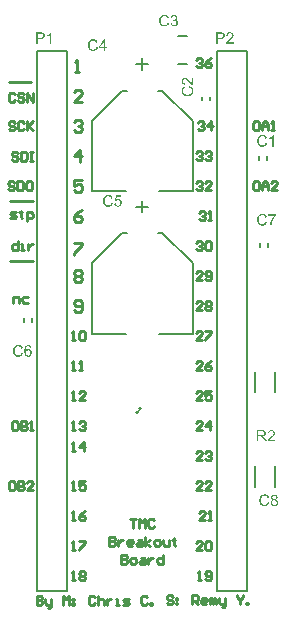
<source format=gto>
G04*
G04 #@! TF.GenerationSoftware,Altium Limited,Altium Designer,20.2.6 (244)*
G04*
G04 Layer_Color=8253173*
%FSLAX25Y25*%
%MOIN*%
G70*
G04*
G04 #@! TF.SameCoordinates,D6E29031-34EE-49FC-8B92-4996805C0DD5*
G04*
G04*
G04 #@! TF.FilePolarity,Positive*
G04*
G01*
G75*
%ADD10C,0.00787*%
%ADD11C,0.01000*%
%ADD12C,0.00600*%
G36*
X46892Y-6401D02*
X46886D01*
X46863D01*
X46829D01*
X46788Y-6395D01*
X46742Y-6389D01*
X46691Y-6384D01*
X46633Y-6366D01*
X46575Y-6349D01*
X46570D01*
X46564Y-6343D01*
X46529Y-6332D01*
X46483Y-6309D01*
X46414Y-6274D01*
X46339Y-6234D01*
X46253Y-6176D01*
X46166Y-6119D01*
X46074Y-6044D01*
X46069D01*
X46063Y-6032D01*
X46028Y-6004D01*
X45976Y-5957D01*
X45907Y-5888D01*
X45827Y-5802D01*
X45729Y-5698D01*
X45619Y-5571D01*
X45498Y-5433D01*
X45493Y-5427D01*
X45475Y-5404D01*
X45452Y-5376D01*
X45412Y-5335D01*
X45371Y-5283D01*
X45320Y-5226D01*
X45210Y-5099D01*
X45078Y-4961D01*
X44945Y-4823D01*
X44882Y-4754D01*
X44819Y-4696D01*
X44755Y-4644D01*
X44698Y-4598D01*
X44692D01*
X44686Y-4587D01*
X44669Y-4575D01*
X44646Y-4563D01*
X44588Y-4529D01*
X44513Y-4489D01*
X44427Y-4448D01*
X44335Y-4414D01*
X44231Y-4391D01*
X44133Y-4379D01*
X44127D01*
X44122D01*
X44087Y-4385D01*
X44035Y-4391D01*
X43972Y-4402D01*
X43897Y-4431D01*
X43822Y-4466D01*
X43741Y-4512D01*
X43667Y-4581D01*
X43661Y-4592D01*
X43638Y-4615D01*
X43609Y-4661D01*
X43569Y-4719D01*
X43534Y-4794D01*
X43505Y-4880D01*
X43482Y-4984D01*
X43477Y-5099D01*
Y-5134D01*
X43482Y-5157D01*
X43488Y-5214D01*
X43499Y-5289D01*
X43528Y-5376D01*
X43563Y-5468D01*
X43615Y-5554D01*
X43684Y-5635D01*
X43695Y-5641D01*
X43718Y-5664D01*
X43764Y-5698D01*
X43828Y-5733D01*
X43909Y-5773D01*
X44001Y-5802D01*
X44110Y-5825D01*
X44237Y-5836D01*
X44185Y-6315D01*
X44179D01*
X44162D01*
X44133Y-6309D01*
X44099Y-6303D01*
X44052Y-6291D01*
X44001Y-6286D01*
X43885Y-6251D01*
X43753Y-6205D01*
X43620Y-6142D01*
X43488Y-6055D01*
X43430Y-6009D01*
X43373Y-5952D01*
X43367Y-5946D01*
X43361Y-5934D01*
X43344Y-5917D01*
X43327Y-5894D01*
X43309Y-5860D01*
X43281Y-5819D01*
X43258Y-5773D01*
X43229Y-5721D01*
X43206Y-5664D01*
X43177Y-5600D01*
X43154Y-5525D01*
X43137Y-5451D01*
X43102Y-5278D01*
X43096Y-5186D01*
X43091Y-5088D01*
Y-5036D01*
X43096Y-4995D01*
X43102Y-4949D01*
X43108Y-4898D01*
X43114Y-4840D01*
X43131Y-4777D01*
X43165Y-4638D01*
X43217Y-4494D01*
X43252Y-4420D01*
X43292Y-4350D01*
X43344Y-4287D01*
X43396Y-4224D01*
X43402Y-4218D01*
X43407Y-4212D01*
X43425Y-4195D01*
X43448Y-4172D01*
X43482Y-4149D01*
X43517Y-4120D01*
X43603Y-4062D01*
X43713Y-4005D01*
X43839Y-3953D01*
X43983Y-3913D01*
X44064Y-3907D01*
X44145Y-3901D01*
X44156D01*
X44185D01*
X44231Y-3907D01*
X44289Y-3913D01*
X44358Y-3924D01*
X44433Y-3941D01*
X44513Y-3965D01*
X44594Y-3999D01*
X44605Y-4005D01*
X44634Y-4016D01*
X44675Y-4039D01*
X44732Y-4074D01*
X44801Y-4114D01*
X44882Y-4166D01*
X44963Y-4235D01*
X45055Y-4310D01*
X45066Y-4322D01*
X45101Y-4350D01*
X45153Y-4402D01*
X45187Y-4437D01*
X45228Y-4477D01*
X45274Y-4523D01*
X45325Y-4581D01*
X45377Y-4638D01*
X45441Y-4702D01*
X45504Y-4771D01*
X45573Y-4851D01*
X45642Y-4932D01*
X45723Y-5024D01*
X45729Y-5030D01*
X45740Y-5042D01*
X45757Y-5065D01*
X45781Y-5093D01*
X45838Y-5163D01*
X45913Y-5249D01*
X45994Y-5335D01*
X46074Y-5427D01*
X46143Y-5502D01*
X46172Y-5531D01*
X46201Y-5560D01*
X46207Y-5566D01*
X46224Y-5577D01*
X46247Y-5600D01*
X46282Y-5629D01*
X46356Y-5692D01*
X46449Y-5756D01*
Y-3895D01*
X46892D01*
Y-6401D01*
D02*
G37*
G36*
X45723Y-6770D02*
X45752Y-6781D01*
X45798Y-6793D01*
X45844Y-6816D01*
X45907Y-6839D01*
X45971Y-6862D01*
X46040Y-6896D01*
X46195Y-6971D01*
X46351Y-7075D01*
X46501Y-7190D01*
X46570Y-7259D01*
X46633Y-7334D01*
X46639Y-7340D01*
X46644Y-7351D01*
X46662Y-7374D01*
X46685Y-7409D01*
X46708Y-7449D01*
X46737Y-7495D01*
X46765Y-7547D01*
X46794Y-7611D01*
X46823Y-7680D01*
X46852Y-7755D01*
X46881Y-7841D01*
X46904Y-7927D01*
X46944Y-8117D01*
X46950Y-8221D01*
X46955Y-8331D01*
Y-8388D01*
X46950Y-8434D01*
Y-8486D01*
X46944Y-8544D01*
X46933Y-8613D01*
X46927Y-8682D01*
X46892Y-8843D01*
X46852Y-9010D01*
X46788Y-9172D01*
X46754Y-9252D01*
X46708Y-9327D01*
X46702Y-9333D01*
X46696Y-9344D01*
X46679Y-9362D01*
X46662Y-9390D01*
X46604Y-9460D01*
X46523Y-9540D01*
X46426Y-9638D01*
X46299Y-9730D01*
X46155Y-9828D01*
X45988Y-9909D01*
X45982D01*
X45965Y-9915D01*
X45942Y-9926D01*
X45907Y-9938D01*
X45861Y-9955D01*
X45809Y-9972D01*
X45752Y-9989D01*
X45683Y-10007D01*
X45613Y-10024D01*
X45533Y-10041D01*
X45360Y-10076D01*
X45176Y-10099D01*
X44974Y-10105D01*
X44968D01*
X44945D01*
X44916D01*
X44876Y-10099D01*
X44824D01*
X44761Y-10093D01*
X44698Y-10087D01*
X44623Y-10076D01*
X44461Y-10047D01*
X44289Y-10012D01*
X44110Y-9955D01*
X43943Y-9880D01*
X43937D01*
X43926Y-9868D01*
X43903Y-9857D01*
X43868Y-9840D01*
X43834Y-9817D01*
X43793Y-9788D01*
X43695Y-9713D01*
X43586Y-9627D01*
X43477Y-9517D01*
X43367Y-9385D01*
X43275Y-9241D01*
Y-9235D01*
X43263Y-9223D01*
X43252Y-9200D01*
X43240Y-9166D01*
X43223Y-9131D01*
X43200Y-9085D01*
X43183Y-9027D01*
X43160Y-8970D01*
X43137Y-8907D01*
X43119Y-8837D01*
X43079Y-8682D01*
X43056Y-8509D01*
X43044Y-8325D01*
Y-8267D01*
X43050Y-8227D01*
X43056Y-8181D01*
X43062Y-8123D01*
X43067Y-8060D01*
X43079Y-7991D01*
X43114Y-7841D01*
X43165Y-7680D01*
X43200Y-7599D01*
X43240Y-7518D01*
X43286Y-7444D01*
X43338Y-7369D01*
X43344Y-7363D01*
X43350Y-7351D01*
X43367Y-7334D01*
X43390Y-7305D01*
X43419Y-7277D01*
X43459Y-7236D01*
X43499Y-7196D01*
X43546Y-7156D01*
X43603Y-7109D01*
X43661Y-7069D01*
X43730Y-7023D01*
X43805Y-6977D01*
X43880Y-6937D01*
X43966Y-6896D01*
X44150Y-6827D01*
X44266Y-7323D01*
X44260D01*
X44248Y-7328D01*
X44225Y-7334D01*
X44197Y-7346D01*
X44162Y-7363D01*
X44122Y-7380D01*
X44035Y-7421D01*
X43937Y-7472D01*
X43834Y-7541D01*
X43741Y-7616D01*
X43661Y-7709D01*
X43655Y-7720D01*
X43632Y-7755D01*
X43603Y-7806D01*
X43563Y-7881D01*
X43528Y-7968D01*
X43499Y-8077D01*
X43477Y-8198D01*
X43471Y-8336D01*
Y-8377D01*
X43477Y-8405D01*
Y-8446D01*
X43482Y-8486D01*
X43499Y-8590D01*
X43523Y-8705D01*
X43563Y-8826D01*
X43615Y-8947D01*
X43684Y-9062D01*
Y-9068D01*
X43695Y-9074D01*
X43724Y-9108D01*
X43770Y-9160D01*
X43834Y-9223D01*
X43914Y-9287D01*
X44006Y-9356D01*
X44122Y-9419D01*
X44248Y-9471D01*
X44254D01*
X44266Y-9477D01*
X44283Y-9483D01*
X44312Y-9488D01*
X44341Y-9500D01*
X44381Y-9506D01*
X44473Y-9529D01*
X44582Y-9552D01*
X44703Y-9569D01*
X44836Y-9580D01*
X44974Y-9586D01*
X44980D01*
X44997D01*
X45020D01*
X45055D01*
X45095Y-9580D01*
X45147D01*
X45199Y-9575D01*
X45256Y-9569D01*
X45389Y-9552D01*
X45533Y-9529D01*
X45677Y-9494D01*
X45815Y-9448D01*
X45821D01*
X45832Y-9442D01*
X45850Y-9431D01*
X45873Y-9419D01*
X45942Y-9390D01*
X46017Y-9344D01*
X46109Y-9281D01*
X46195Y-9206D01*
X46282Y-9120D01*
X46356Y-9016D01*
Y-9010D01*
X46362Y-9004D01*
X46374Y-8987D01*
X46385Y-8964D01*
X46408Y-8901D01*
X46443Y-8820D01*
X46472Y-8728D01*
X46501Y-8619D01*
X46523Y-8498D01*
X46529Y-8371D01*
Y-8331D01*
X46523Y-8302D01*
Y-8267D01*
X46518Y-8221D01*
X46501Y-8123D01*
X46472Y-8014D01*
X46426Y-7893D01*
X46368Y-7778D01*
X46287Y-7662D01*
X46282Y-7657D01*
X46276Y-7651D01*
X46241Y-7616D01*
X46184Y-7564D01*
X46109Y-7501D01*
X46005Y-7438D01*
X45884Y-7369D01*
X45734Y-7311D01*
X45567Y-7265D01*
X45694Y-6764D01*
X45700D01*
X45723Y-6770D01*
D02*
G37*
G36*
X70119Y-23050D02*
X70165Y-23056D01*
X70222Y-23062D01*
X70286Y-23067D01*
X70355Y-23079D01*
X70505Y-23114D01*
X70666Y-23165D01*
X70747Y-23200D01*
X70827Y-23240D01*
X70902Y-23286D01*
X70977Y-23338D01*
X70983Y-23344D01*
X70994Y-23350D01*
X71012Y-23367D01*
X71040Y-23390D01*
X71069Y-23419D01*
X71109Y-23459D01*
X71150Y-23499D01*
X71190Y-23546D01*
X71236Y-23603D01*
X71276Y-23661D01*
X71323Y-23730D01*
X71369Y-23805D01*
X71409Y-23880D01*
X71449Y-23966D01*
X71518Y-24150D01*
X71023Y-24266D01*
Y-24260D01*
X71017Y-24248D01*
X71012Y-24225D01*
X71000Y-24196D01*
X70983Y-24162D01*
X70965Y-24122D01*
X70925Y-24035D01*
X70873Y-23937D01*
X70804Y-23834D01*
X70729Y-23741D01*
X70637Y-23661D01*
X70626Y-23655D01*
X70591Y-23632D01*
X70539Y-23603D01*
X70464Y-23563D01*
X70378Y-23528D01*
X70268Y-23499D01*
X70148Y-23476D01*
X70009Y-23471D01*
X69969D01*
X69940Y-23476D01*
X69900D01*
X69859Y-23482D01*
X69756Y-23499D01*
X69641Y-23523D01*
X69520Y-23563D01*
X69399Y-23615D01*
X69283Y-23684D01*
X69278D01*
X69272Y-23695D01*
X69237Y-23724D01*
X69186Y-23770D01*
X69122Y-23834D01*
X69059Y-23914D01*
X68990Y-24006D01*
X68926Y-24122D01*
X68875Y-24248D01*
Y-24254D01*
X68869Y-24266D01*
X68863Y-24283D01*
X68857Y-24312D01*
X68846Y-24340D01*
X68840Y-24381D01*
X68817Y-24473D01*
X68794Y-24582D01*
X68777Y-24703D01*
X68765Y-24836D01*
X68759Y-24974D01*
Y-24980D01*
Y-24997D01*
Y-25020D01*
Y-25055D01*
X68765Y-25095D01*
Y-25147D01*
X68771Y-25199D01*
X68777Y-25256D01*
X68794Y-25389D01*
X68817Y-25533D01*
X68852Y-25677D01*
X68898Y-25815D01*
Y-25821D01*
X68903Y-25832D01*
X68915Y-25850D01*
X68926Y-25873D01*
X68955Y-25942D01*
X69001Y-26017D01*
X69065Y-26109D01*
X69139Y-26195D01*
X69226Y-26282D01*
X69330Y-26357D01*
X69335D01*
X69341Y-26362D01*
X69358Y-26374D01*
X69381Y-26385D01*
X69445Y-26408D01*
X69525Y-26443D01*
X69618Y-26472D01*
X69727Y-26500D01*
X69848Y-26524D01*
X69975Y-26529D01*
X70015D01*
X70044Y-26524D01*
X70078D01*
X70125Y-26518D01*
X70222Y-26500D01*
X70332Y-26472D01*
X70453Y-26426D01*
X70568Y-26368D01*
X70683Y-26287D01*
X70689Y-26282D01*
X70695Y-26276D01*
X70729Y-26241D01*
X70781Y-26184D01*
X70845Y-26109D01*
X70908Y-26005D01*
X70977Y-25884D01*
X71035Y-25734D01*
X71081Y-25567D01*
X71582Y-25694D01*
Y-25700D01*
X71576Y-25723D01*
X71565Y-25752D01*
X71553Y-25798D01*
X71530Y-25844D01*
X71507Y-25907D01*
X71484Y-25971D01*
X71449Y-26040D01*
X71374Y-26195D01*
X71271Y-26351D01*
X71156Y-26500D01*
X71086Y-26570D01*
X71012Y-26633D01*
X71006Y-26639D01*
X70994Y-26645D01*
X70971Y-26662D01*
X70937Y-26685D01*
X70896Y-26708D01*
X70850Y-26737D01*
X70798Y-26765D01*
X70735Y-26794D01*
X70666Y-26823D01*
X70591Y-26852D01*
X70505Y-26881D01*
X70418Y-26904D01*
X70228Y-26944D01*
X70125Y-26950D01*
X70015Y-26956D01*
X69957D01*
X69911Y-26950D01*
X69859D01*
X69802Y-26944D01*
X69733Y-26932D01*
X69664Y-26927D01*
X69502Y-26892D01*
X69335Y-26852D01*
X69174Y-26788D01*
X69093Y-26754D01*
X69019Y-26708D01*
X69013Y-26702D01*
X69001Y-26696D01*
X68984Y-26679D01*
X68955Y-26662D01*
X68886Y-26604D01*
X68805Y-26524D01*
X68708Y-26426D01*
X68615Y-26299D01*
X68517Y-26155D01*
X68437Y-25988D01*
Y-25982D01*
X68431Y-25965D01*
X68419Y-25942D01*
X68408Y-25907D01*
X68391Y-25861D01*
X68373Y-25809D01*
X68356Y-25752D01*
X68339Y-25683D01*
X68322Y-25613D01*
X68304Y-25533D01*
X68270Y-25360D01*
X68247Y-25176D01*
X68241Y-24974D01*
Y-24968D01*
Y-24945D01*
Y-24916D01*
X68247Y-24876D01*
Y-24824D01*
X68252Y-24761D01*
X68258Y-24698D01*
X68270Y-24623D01*
X68299Y-24461D01*
X68333Y-24289D01*
X68391Y-24110D01*
X68466Y-23943D01*
Y-23937D01*
X68477Y-23926D01*
X68489Y-23903D01*
X68506Y-23868D01*
X68529Y-23834D01*
X68558Y-23793D01*
X68633Y-23695D01*
X68719Y-23586D01*
X68828Y-23476D01*
X68961Y-23367D01*
X69105Y-23275D01*
X69111D01*
X69122Y-23263D01*
X69145Y-23252D01*
X69180Y-23240D01*
X69214Y-23223D01*
X69261Y-23200D01*
X69318Y-23183D01*
X69376Y-23160D01*
X69439Y-23137D01*
X69508Y-23119D01*
X69664Y-23079D01*
X69836Y-23056D01*
X70021Y-23044D01*
X70078D01*
X70119Y-23050D01*
D02*
G37*
G36*
X73759Y-26892D02*
X73292D01*
Y-23932D01*
X73287Y-23937D01*
X73264Y-23960D01*
X73223Y-23989D01*
X73172Y-24029D01*
X73108Y-24081D01*
X73033Y-24133D01*
X72947Y-24196D01*
X72849Y-24254D01*
X72843D01*
X72837Y-24260D01*
X72803Y-24283D01*
X72751Y-24312D01*
X72688Y-24346D01*
X72613Y-24387D01*
X72532Y-24421D01*
X72446Y-24461D01*
X72365Y-24496D01*
Y-24041D01*
X72371D01*
X72382Y-24035D01*
X72405Y-24024D01*
X72429Y-24006D01*
X72463Y-23989D01*
X72503Y-23972D01*
X72596Y-23920D01*
X72699Y-23857D01*
X72814Y-23782D01*
X72930Y-23695D01*
X73039Y-23603D01*
X73045Y-23597D01*
X73051Y-23592D01*
X73085Y-23557D01*
X73137Y-23505D01*
X73200Y-23442D01*
X73269Y-23361D01*
X73339Y-23275D01*
X73402Y-23183D01*
X73454Y-23091D01*
X73759D01*
Y-26892D01*
D02*
G37*
G36*
X18741Y-43050D02*
X18788Y-43056D01*
X18845Y-43062D01*
X18909Y-43067D01*
X18978Y-43079D01*
X19127Y-43114D01*
X19289Y-43165D01*
X19369Y-43200D01*
X19450Y-43240D01*
X19525Y-43286D01*
X19600Y-43338D01*
X19605Y-43344D01*
X19617Y-43350D01*
X19634Y-43367D01*
X19663Y-43390D01*
X19692Y-43419D01*
X19732Y-43459D01*
X19772Y-43499D01*
X19813Y-43546D01*
X19859Y-43603D01*
X19899Y-43661D01*
X19945Y-43730D01*
X19991Y-43805D01*
X20032Y-43880D01*
X20072Y-43966D01*
X20141Y-44150D01*
X19646Y-44266D01*
Y-44260D01*
X19640Y-44248D01*
X19634Y-44225D01*
X19623Y-44197D01*
X19605Y-44162D01*
X19588Y-44122D01*
X19548Y-44035D01*
X19496Y-43937D01*
X19427Y-43834D01*
X19352Y-43741D01*
X19260Y-43661D01*
X19248Y-43655D01*
X19214Y-43632D01*
X19162Y-43603D01*
X19087Y-43563D01*
X19001Y-43528D01*
X18891Y-43499D01*
X18770Y-43477D01*
X18632Y-43471D01*
X18592D01*
X18563Y-43477D01*
X18523D01*
X18482Y-43482D01*
X18379Y-43499D01*
X18263Y-43523D01*
X18142Y-43563D01*
X18021Y-43615D01*
X17906Y-43684D01*
X17900D01*
X17895Y-43695D01*
X17860Y-43724D01*
X17808Y-43770D01*
X17745Y-43834D01*
X17682Y-43914D01*
X17613Y-44006D01*
X17549Y-44122D01*
X17497Y-44248D01*
Y-44254D01*
X17492Y-44266D01*
X17486Y-44283D01*
X17480Y-44312D01*
X17469Y-44341D01*
X17463Y-44381D01*
X17440Y-44473D01*
X17417Y-44582D01*
X17399Y-44703D01*
X17388Y-44836D01*
X17382Y-44974D01*
Y-44980D01*
Y-44997D01*
Y-45020D01*
Y-45055D01*
X17388Y-45095D01*
Y-45147D01*
X17394Y-45199D01*
X17399Y-45256D01*
X17417Y-45389D01*
X17440Y-45533D01*
X17474Y-45677D01*
X17520Y-45815D01*
Y-45821D01*
X17526Y-45832D01*
X17538Y-45850D01*
X17549Y-45873D01*
X17578Y-45942D01*
X17624Y-46017D01*
X17687Y-46109D01*
X17762Y-46195D01*
X17849Y-46282D01*
X17952Y-46356D01*
X17958D01*
X17964Y-46362D01*
X17981Y-46374D01*
X18004Y-46385D01*
X18067Y-46408D01*
X18148Y-46443D01*
X18240Y-46472D01*
X18350Y-46501D01*
X18471Y-46523D01*
X18597Y-46529D01*
X18638D01*
X18667Y-46523D01*
X18701D01*
X18747Y-46518D01*
X18845Y-46501D01*
X18955Y-46472D01*
X19075Y-46426D01*
X19191Y-46368D01*
X19306Y-46287D01*
X19312Y-46282D01*
X19317Y-46276D01*
X19352Y-46241D01*
X19404Y-46184D01*
X19467Y-46109D01*
X19531Y-46005D01*
X19600Y-45884D01*
X19657Y-45734D01*
X19703Y-45567D01*
X20204Y-45694D01*
Y-45700D01*
X20199Y-45723D01*
X20187Y-45752D01*
X20176Y-45798D01*
X20153Y-45844D01*
X20130Y-45907D01*
X20107Y-45971D01*
X20072Y-46040D01*
X19997Y-46195D01*
X19893Y-46351D01*
X19778Y-46501D01*
X19709Y-46570D01*
X19634Y-46633D01*
X19628Y-46639D01*
X19617Y-46644D01*
X19594Y-46662D01*
X19559Y-46685D01*
X19519Y-46708D01*
X19473Y-46737D01*
X19421Y-46765D01*
X19358Y-46794D01*
X19289Y-46823D01*
X19214Y-46852D01*
X19127Y-46881D01*
X19041Y-46904D01*
X18851Y-46944D01*
X18747Y-46950D01*
X18638Y-46955D01*
X18580D01*
X18534Y-46950D01*
X18482D01*
X18425Y-46944D01*
X18356Y-46933D01*
X18286Y-46927D01*
X18125Y-46892D01*
X17958Y-46852D01*
X17797Y-46788D01*
X17716Y-46754D01*
X17641Y-46708D01*
X17636Y-46702D01*
X17624Y-46696D01*
X17607Y-46679D01*
X17578Y-46662D01*
X17509Y-46604D01*
X17428Y-46523D01*
X17330Y-46426D01*
X17238Y-46299D01*
X17140Y-46155D01*
X17060Y-45988D01*
Y-45982D01*
X17054Y-45965D01*
X17042Y-45942D01*
X17031Y-45907D01*
X17013Y-45861D01*
X16996Y-45809D01*
X16979Y-45752D01*
X16962Y-45683D01*
X16944Y-45613D01*
X16927Y-45533D01*
X16893Y-45360D01*
X16869Y-45176D01*
X16864Y-44974D01*
Y-44968D01*
Y-44945D01*
Y-44916D01*
X16869Y-44876D01*
Y-44824D01*
X16875Y-44761D01*
X16881Y-44698D01*
X16893Y-44623D01*
X16921Y-44461D01*
X16956Y-44289D01*
X17013Y-44110D01*
X17088Y-43943D01*
Y-43937D01*
X17100Y-43926D01*
X17111Y-43903D01*
X17129Y-43868D01*
X17152Y-43834D01*
X17180Y-43793D01*
X17255Y-43695D01*
X17342Y-43586D01*
X17451Y-43477D01*
X17584Y-43367D01*
X17728Y-43275D01*
X17733D01*
X17745Y-43263D01*
X17768Y-43252D01*
X17803Y-43240D01*
X17837Y-43223D01*
X17883Y-43200D01*
X17941Y-43183D01*
X17998Y-43160D01*
X18062Y-43137D01*
X18131Y-43119D01*
X18286Y-43079D01*
X18459Y-43056D01*
X18643Y-43044D01*
X18701D01*
X18741Y-43050D01*
D02*
G37*
G36*
X22958Y-43609D02*
X21449D01*
X21241Y-44629D01*
X21247Y-44623D01*
X21259Y-44617D01*
X21276Y-44605D01*
X21299Y-44588D01*
X21333Y-44571D01*
X21368Y-44554D01*
X21460Y-44508D01*
X21564Y-44461D01*
X21685Y-44427D01*
X21817Y-44398D01*
X21956Y-44387D01*
X22002D01*
X22036Y-44392D01*
X22082Y-44398D01*
X22128Y-44404D01*
X22186Y-44415D01*
X22243Y-44427D01*
X22376Y-44473D01*
X22445Y-44496D01*
X22514Y-44531D01*
X22589Y-44571D01*
X22658Y-44617D01*
X22727Y-44669D01*
X22791Y-44732D01*
X22796Y-44738D01*
X22808Y-44749D01*
X22825Y-44767D01*
X22843Y-44796D01*
X22871Y-44830D01*
X22900Y-44870D01*
X22929Y-44916D01*
X22964Y-44968D01*
X22998Y-45032D01*
X23027Y-45095D01*
X23056Y-45170D01*
X23085Y-45245D01*
X23102Y-45331D01*
X23119Y-45418D01*
X23131Y-45515D01*
X23136Y-45613D01*
Y-45619D01*
Y-45636D01*
Y-45665D01*
X23131Y-45700D01*
X23125Y-45746D01*
X23119Y-45798D01*
X23113Y-45855D01*
X23102Y-45919D01*
X23061Y-46057D01*
X23010Y-46201D01*
X22975Y-46282D01*
X22935Y-46356D01*
X22889Y-46431D01*
X22837Y-46501D01*
X22831Y-46506D01*
X22819Y-46518D01*
X22796Y-46541D01*
X22768Y-46570D01*
X22733Y-46604D01*
X22687Y-46644D01*
X22635Y-46685D01*
X22572Y-46725D01*
X22509Y-46771D01*
X22434Y-46812D01*
X22347Y-46852D01*
X22261Y-46886D01*
X22163Y-46915D01*
X22065Y-46938D01*
X21956Y-46950D01*
X21840Y-46955D01*
X21789D01*
X21754Y-46950D01*
X21714Y-46944D01*
X21662Y-46938D01*
X21604Y-46933D01*
X21541Y-46921D01*
X21408Y-46886D01*
X21270Y-46835D01*
X21201Y-46800D01*
X21132Y-46760D01*
X21063Y-46719D01*
X20999Y-46668D01*
X20994Y-46662D01*
X20988Y-46656D01*
X20971Y-46639D01*
X20947Y-46616D01*
X20924Y-46587D01*
X20896Y-46552D01*
X20867Y-46512D01*
X20832Y-46466D01*
X20769Y-46356D01*
X20706Y-46224D01*
X20660Y-46074D01*
X20642Y-45988D01*
X20631Y-45901D01*
X21120Y-45867D01*
Y-45873D01*
Y-45884D01*
X21126Y-45901D01*
X21132Y-45924D01*
X21149Y-45988D01*
X21172Y-46069D01*
X21201Y-46155D01*
X21247Y-46241D01*
X21299Y-46328D01*
X21368Y-46403D01*
X21380Y-46408D01*
X21403Y-46431D01*
X21443Y-46454D01*
X21500Y-46489D01*
X21570Y-46518D01*
X21650Y-46547D01*
X21742Y-46570D01*
X21840Y-46575D01*
X21875D01*
X21898Y-46570D01*
X21961Y-46564D01*
X22042Y-46547D01*
X22128Y-46512D01*
X22226Y-46472D01*
X22318Y-46408D01*
X22365Y-46374D01*
X22411Y-46328D01*
Y-46322D01*
X22422Y-46316D01*
X22445Y-46282D01*
X22485Y-46224D01*
X22526Y-46149D01*
X22566Y-46051D01*
X22606Y-45936D01*
X22629Y-45803D01*
X22641Y-45654D01*
Y-45648D01*
Y-45636D01*
Y-45613D01*
X22635Y-45590D01*
Y-45556D01*
X22629Y-45515D01*
X22612Y-45423D01*
X22589Y-45325D01*
X22549Y-45222D01*
X22491Y-45118D01*
X22416Y-45026D01*
X22405Y-45014D01*
X22376Y-44991D01*
X22330Y-44951D01*
X22261Y-44911D01*
X22180Y-44870D01*
X22076Y-44830D01*
X21961Y-44807D01*
X21835Y-44796D01*
X21794D01*
X21754Y-44801D01*
X21696Y-44807D01*
X21633Y-44824D01*
X21564Y-44842D01*
X21495Y-44870D01*
X21426Y-44905D01*
X21420Y-44911D01*
X21397Y-44922D01*
X21362Y-44945D01*
X21322Y-44974D01*
X21282Y-45014D01*
X21236Y-45061D01*
X21189Y-45112D01*
X21149Y-45170D01*
X20711Y-45107D01*
X21080Y-43165D01*
X22958D01*
Y-43609D01*
D02*
G37*
G36*
X73130Y-121405D02*
X73176Y-121411D01*
X73228Y-121416D01*
X73285Y-121422D01*
X73348Y-121440D01*
X73487Y-121474D01*
X73631Y-121526D01*
X73706Y-121561D01*
X73775Y-121601D01*
X73838Y-121653D01*
X73901Y-121704D01*
X73907Y-121710D01*
X73913Y-121716D01*
X73930Y-121733D01*
X73953Y-121756D01*
X73976Y-121791D01*
X74005Y-121825D01*
X74063Y-121912D01*
X74120Y-122021D01*
X74172Y-122148D01*
X74212Y-122292D01*
X74218Y-122373D01*
X74224Y-122453D01*
Y-122465D01*
Y-122494D01*
X74218Y-122540D01*
X74212Y-122597D01*
X74201Y-122666D01*
X74184Y-122741D01*
X74161Y-122822D01*
X74126Y-122903D01*
X74120Y-122914D01*
X74109Y-122943D01*
X74086Y-122983D01*
X74051Y-123041D01*
X74011Y-123110D01*
X73959Y-123191D01*
X73890Y-123271D01*
X73815Y-123363D01*
X73804Y-123375D01*
X73775Y-123409D01*
X73723Y-123461D01*
X73688Y-123496D01*
X73648Y-123536D01*
X73602Y-123582D01*
X73544Y-123634D01*
X73487Y-123686D01*
X73423Y-123749D01*
X73354Y-123813D01*
X73274Y-123882D01*
X73193Y-123951D01*
X73101Y-124031D01*
X73095Y-124037D01*
X73084Y-124049D01*
X73061Y-124066D01*
X73032Y-124089D01*
X72963Y-124147D01*
X72876Y-124222D01*
X72790Y-124302D01*
X72698Y-124383D01*
X72623Y-124452D01*
X72594Y-124481D01*
X72565Y-124510D01*
X72559Y-124515D01*
X72548Y-124533D01*
X72525Y-124556D01*
X72496Y-124590D01*
X72433Y-124665D01*
X72369Y-124757D01*
X74230D01*
Y-125201D01*
X71724D01*
Y-125195D01*
Y-125172D01*
Y-125137D01*
X71730Y-125097D01*
X71736Y-125051D01*
X71741Y-124999D01*
X71759Y-124942D01*
X71776Y-124884D01*
Y-124878D01*
X71782Y-124873D01*
X71793Y-124838D01*
X71816Y-124792D01*
X71851Y-124723D01*
X71891Y-124648D01*
X71949Y-124561D01*
X72006Y-124475D01*
X72081Y-124383D01*
Y-124377D01*
X72093Y-124371D01*
X72122Y-124337D01*
X72168Y-124285D01*
X72237Y-124216D01*
X72323Y-124135D01*
X72427Y-124037D01*
X72554Y-123928D01*
X72692Y-123807D01*
X72698Y-123801D01*
X72721Y-123784D01*
X72749Y-123761D01*
X72790Y-123721D01*
X72842Y-123680D01*
X72899Y-123628D01*
X73026Y-123519D01*
X73164Y-123386D01*
X73302Y-123254D01*
X73371Y-123191D01*
X73429Y-123127D01*
X73481Y-123064D01*
X73527Y-123006D01*
Y-123001D01*
X73539Y-122995D01*
X73550Y-122977D01*
X73562Y-122954D01*
X73596Y-122897D01*
X73637Y-122822D01*
X73677Y-122736D01*
X73711Y-122643D01*
X73734Y-122540D01*
X73746Y-122442D01*
Y-122436D01*
Y-122430D01*
X73740Y-122396D01*
X73734Y-122344D01*
X73723Y-122281D01*
X73694Y-122206D01*
X73659Y-122131D01*
X73613Y-122050D01*
X73544Y-121975D01*
X73533Y-121969D01*
X73510Y-121946D01*
X73464Y-121918D01*
X73406Y-121877D01*
X73331Y-121843D01*
X73245Y-121814D01*
X73141Y-121791D01*
X73026Y-121785D01*
X72991D01*
X72968Y-121791D01*
X72911Y-121797D01*
X72836Y-121808D01*
X72749Y-121837D01*
X72657Y-121871D01*
X72571Y-121923D01*
X72490Y-121993D01*
X72484Y-122004D01*
X72461Y-122027D01*
X72427Y-122073D01*
X72392Y-122136D01*
X72352Y-122217D01*
X72323Y-122309D01*
X72300Y-122419D01*
X72289Y-122545D01*
X71811Y-122494D01*
Y-122488D01*
Y-122471D01*
X71816Y-122442D01*
X71822Y-122407D01*
X71834Y-122361D01*
X71839Y-122309D01*
X71874Y-122194D01*
X71920Y-122062D01*
X71983Y-121929D01*
X72070Y-121797D01*
X72116Y-121739D01*
X72173Y-121681D01*
X72179Y-121676D01*
X72191Y-121670D01*
X72208Y-121653D01*
X72231Y-121635D01*
X72266Y-121618D01*
X72306Y-121589D01*
X72352Y-121566D01*
X72404Y-121537D01*
X72461Y-121514D01*
X72525Y-121486D01*
X72600Y-121463D01*
X72675Y-121445D01*
X72847Y-121411D01*
X72939Y-121405D01*
X73037Y-121399D01*
X73089D01*
X73130Y-121405D01*
D02*
G37*
G36*
X69973Y-121422D02*
X70019D01*
X70134Y-121428D01*
X70255Y-121440D01*
X70382Y-121463D01*
X70503Y-121486D01*
X70561Y-121503D01*
X70613Y-121520D01*
X70618D01*
X70624Y-121526D01*
X70659Y-121537D01*
X70705Y-121566D01*
X70762Y-121607D01*
X70831Y-121653D01*
X70900Y-121716D01*
X70970Y-121791D01*
X71033Y-121883D01*
X71039Y-121895D01*
X71056Y-121929D01*
X71085Y-121981D01*
X71114Y-122050D01*
X71142Y-122136D01*
X71171Y-122234D01*
X71188Y-122338D01*
X71194Y-122453D01*
Y-122459D01*
Y-122471D01*
Y-122494D01*
X71188Y-122522D01*
Y-122557D01*
X71183Y-122597D01*
X71160Y-122689D01*
X71131Y-122799D01*
X71085Y-122908D01*
X71016Y-123023D01*
X70975Y-123081D01*
X70929Y-123133D01*
X70918Y-123144D01*
X70900Y-123156D01*
X70883Y-123179D01*
X70854Y-123196D01*
X70820Y-123225D01*
X70780Y-123248D01*
X70733Y-123277D01*
X70682Y-123306D01*
X70618Y-123335D01*
X70555Y-123363D01*
X70480Y-123392D01*
X70405Y-123421D01*
X70319Y-123444D01*
X70227Y-123461D01*
X70129Y-123479D01*
X70140Y-123484D01*
X70163Y-123496D01*
X70198Y-123513D01*
X70238Y-123536D01*
X70336Y-123600D01*
X70388Y-123634D01*
X70428Y-123669D01*
X70440Y-123680D01*
X70468Y-123703D01*
X70509Y-123749D01*
X70561Y-123807D01*
X70624Y-123882D01*
X70693Y-123968D01*
X70768Y-124066D01*
X70843Y-124176D01*
X71500Y-125201D01*
X70872D01*
X70371Y-124417D01*
Y-124412D01*
X70359Y-124400D01*
X70347Y-124383D01*
X70336Y-124360D01*
X70296Y-124302D01*
X70244Y-124227D01*
X70186Y-124141D01*
X70123Y-124055D01*
X70065Y-123974D01*
X70008Y-123899D01*
X70002Y-123893D01*
X69985Y-123870D01*
X69956Y-123836D01*
X69927Y-123795D01*
X69841Y-123715D01*
X69800Y-123674D01*
X69754Y-123646D01*
X69749Y-123640D01*
X69737Y-123634D01*
X69714Y-123623D01*
X69685Y-123605D01*
X69616Y-123571D01*
X69530Y-123542D01*
X69524D01*
X69512Y-123536D01*
X69489D01*
X69460Y-123530D01*
X69420Y-123525D01*
X69374D01*
X69317Y-123519D01*
X68671D01*
Y-125201D01*
X68170D01*
Y-121416D01*
X69927D01*
X69973Y-121422D01*
D02*
G37*
G36*
X59277Y11196D02*
X59323Y11190D01*
X59375Y11184D01*
X59433Y11179D01*
X59496Y11161D01*
X59634Y11127D01*
X59778Y11075D01*
X59853Y11040D01*
X59922Y11000D01*
X59986Y10948D01*
X60049Y10896D01*
X60055Y10891D01*
X60061Y10885D01*
X60078Y10868D01*
X60101Y10845D01*
X60124Y10810D01*
X60153Y10775D01*
X60210Y10689D01*
X60268Y10580D01*
X60320Y10453D01*
X60360Y10309D01*
X60366Y10228D01*
X60372Y10148D01*
Y10136D01*
Y10107D01*
X60366Y10061D01*
X60360Y10003D01*
X60348Y9934D01*
X60331Y9860D01*
X60308Y9779D01*
X60274Y9698D01*
X60268Y9687D01*
X60256Y9658D01*
X60233Y9618D01*
X60199Y9560D01*
X60158Y9491D01*
X60107Y9410D01*
X60037Y9330D01*
X59963Y9237D01*
X59951Y9226D01*
X59922Y9191D01*
X59870Y9139D01*
X59836Y9105D01*
X59795Y9065D01*
X59749Y9019D01*
X59692Y8967D01*
X59634Y8915D01*
X59571Y8851D01*
X59502Y8788D01*
X59421Y8719D01*
X59341Y8650D01*
X59248Y8569D01*
X59243Y8563D01*
X59231Y8552D01*
X59208Y8535D01*
X59179Y8512D01*
X59110Y8454D01*
X59024Y8379D01*
X58937Y8299D01*
X58845Y8218D01*
X58770Y8149D01*
X58741Y8120D01*
X58713Y8091D01*
X58707Y8085D01*
X58695Y8068D01*
X58672Y8045D01*
X58644Y8011D01*
X58580Y7936D01*
X58517Y7843D01*
X60377D01*
Y7400D01*
X57872D01*
Y7406D01*
Y7429D01*
Y7463D01*
X57877Y7504D01*
X57883Y7550D01*
X57889Y7602D01*
X57906Y7659D01*
X57924Y7717D01*
Y7723D01*
X57929Y7728D01*
X57941Y7763D01*
X57964Y7809D01*
X57998Y7878D01*
X58039Y7953D01*
X58096Y8039D01*
X58154Y8126D01*
X58229Y8218D01*
Y8224D01*
X58240Y8229D01*
X58269Y8264D01*
X58315Y8316D01*
X58384Y8385D01*
X58471Y8466D01*
X58574Y8563D01*
X58701Y8673D01*
X58839Y8794D01*
X58845Y8800D01*
X58868Y8817D01*
X58897Y8840D01*
X58937Y8880D01*
X58989Y8921D01*
X59047Y8973D01*
X59173Y9082D01*
X59312Y9214D01*
X59450Y9347D01*
X59519Y9410D01*
X59577Y9474D01*
X59628Y9537D01*
X59675Y9595D01*
Y9600D01*
X59686Y9606D01*
X59698Y9623D01*
X59709Y9646D01*
X59744Y9704D01*
X59784Y9779D01*
X59824Y9865D01*
X59859Y9957D01*
X59882Y10061D01*
X59893Y10159D01*
Y10165D01*
Y10171D01*
X59888Y10205D01*
X59882Y10257D01*
X59870Y10320D01*
X59842Y10395D01*
X59807Y10470D01*
X59761Y10551D01*
X59692Y10626D01*
X59680Y10631D01*
X59657Y10654D01*
X59611Y10683D01*
X59554Y10723D01*
X59479Y10758D01*
X59392Y10787D01*
X59289Y10810D01*
X59173Y10816D01*
X59139D01*
X59116Y10810D01*
X59058Y10804D01*
X58983Y10793D01*
X58897Y10764D01*
X58805Y10729D01*
X58718Y10677D01*
X58638Y10608D01*
X58632Y10597D01*
X58609Y10574D01*
X58574Y10528D01*
X58540Y10464D01*
X58499Y10384D01*
X58471Y10291D01*
X58448Y10182D01*
X58436Y10055D01*
X57958Y10107D01*
Y10113D01*
Y10130D01*
X57964Y10159D01*
X57970Y10194D01*
X57981Y10240D01*
X57987Y10291D01*
X58021Y10407D01*
X58068Y10539D01*
X58131Y10672D01*
X58217Y10804D01*
X58263Y10862D01*
X58321Y10919D01*
X58327Y10925D01*
X58338Y10931D01*
X58355Y10948D01*
X58379Y10965D01*
X58413Y10983D01*
X58453Y11011D01*
X58499Y11035D01*
X58551Y11063D01*
X58609Y11086D01*
X58672Y11115D01*
X58747Y11138D01*
X58822Y11156D01*
X58995Y11190D01*
X59087Y11196D01*
X59185Y11202D01*
X59237D01*
X59277Y11196D01*
D02*
G37*
G36*
X56236Y11179D02*
X56328Y11173D01*
X56426Y11167D01*
X56518Y11156D01*
X56599Y11144D01*
X56610D01*
X56645Y11133D01*
X56697Y11121D01*
X56760Y11104D01*
X56835Y11081D01*
X56910Y11052D01*
X56990Y11011D01*
X57065Y10965D01*
X57071Y10960D01*
X57100Y10942D01*
X57134Y10914D01*
X57175Y10873D01*
X57221Y10821D01*
X57273Y10758D01*
X57324Y10689D01*
X57371Y10603D01*
X57376Y10591D01*
X57388Y10562D01*
X57405Y10516D01*
X57428Y10453D01*
X57451Y10378D01*
X57468Y10291D01*
X57480Y10194D01*
X57486Y10090D01*
Y10084D01*
Y10067D01*
Y10044D01*
X57480Y10009D01*
X57474Y9969D01*
X57468Y9917D01*
X57463Y9865D01*
X57445Y9808D01*
X57411Y9675D01*
X57353Y9543D01*
X57319Y9474D01*
X57278Y9404D01*
X57232Y9335D01*
X57175Y9272D01*
X57169Y9266D01*
X57157Y9261D01*
X57140Y9243D01*
X57117Y9220D01*
X57077Y9197D01*
X57037Y9168D01*
X56985Y9139D01*
X56921Y9111D01*
X56852Y9076D01*
X56771Y9047D01*
X56679Y9019D01*
X56581Y8996D01*
X56466Y8973D01*
X56345Y8955D01*
X56213Y8949D01*
X56069Y8944D01*
X55101D01*
Y7400D01*
X54600D01*
Y11184D01*
X56149D01*
X56236Y11179D01*
D02*
G37*
G36*
X-314Y7400D02*
X-781D01*
Y10361D01*
X-786Y10355D01*
X-809Y10332D01*
X-850Y10303D01*
X-901Y10263D01*
X-965Y10211D01*
X-1040Y10159D01*
X-1126Y10096D01*
X-1224Y10038D01*
X-1230D01*
X-1235Y10032D01*
X-1270Y10009D01*
X-1322Y9980D01*
X-1385Y9946D01*
X-1460Y9906D01*
X-1541Y9871D01*
X-1627Y9831D01*
X-1708Y9796D01*
Y10251D01*
X-1702D01*
X-1691Y10257D01*
X-1667Y10268D01*
X-1644Y10286D01*
X-1610Y10303D01*
X-1570Y10320D01*
X-1477Y10372D01*
X-1374Y10435D01*
X-1259Y10510D01*
X-1143Y10597D01*
X-1034Y10689D01*
X-1028Y10695D01*
X-1022Y10701D01*
X-988Y10735D01*
X-936Y10787D01*
X-873Y10850D01*
X-804Y10931D01*
X-734Y11017D01*
X-671Y11109D01*
X-619Y11202D01*
X-314D01*
Y7400D01*
D02*
G37*
G36*
X-3764Y11179D02*
X-3672Y11173D01*
X-3574Y11167D01*
X-3482Y11156D01*
X-3401Y11144D01*
X-3390D01*
X-3355Y11133D01*
X-3303Y11121D01*
X-3240Y11104D01*
X-3165Y11081D01*
X-3090Y11052D01*
X-3010Y11011D01*
X-2935Y10965D01*
X-2929Y10960D01*
X-2900Y10942D01*
X-2866Y10914D01*
X-2825Y10873D01*
X-2779Y10821D01*
X-2727Y10758D01*
X-2675Y10689D01*
X-2629Y10603D01*
X-2624Y10591D01*
X-2612Y10562D01*
X-2595Y10516D01*
X-2572Y10453D01*
X-2549Y10378D01*
X-2531Y10291D01*
X-2520Y10194D01*
X-2514Y10090D01*
Y10084D01*
Y10067D01*
Y10044D01*
X-2520Y10009D01*
X-2526Y9969D01*
X-2531Y9917D01*
X-2537Y9865D01*
X-2555Y9808D01*
X-2589Y9675D01*
X-2647Y9543D01*
X-2681Y9474D01*
X-2722Y9404D01*
X-2768Y9335D01*
X-2825Y9272D01*
X-2831Y9266D01*
X-2843Y9261D01*
X-2860Y9243D01*
X-2883Y9220D01*
X-2923Y9197D01*
X-2963Y9168D01*
X-3015Y9139D01*
X-3079Y9111D01*
X-3148Y9076D01*
X-3229Y9047D01*
X-3321Y9019D01*
X-3419Y8996D01*
X-3534Y8973D01*
X-3655Y8955D01*
X-3787Y8949D01*
X-3931Y8944D01*
X-4899D01*
Y7400D01*
X-5400D01*
Y11184D01*
X-3851D01*
X-3764Y11179D01*
D02*
G37*
G36*
X70850Y-142850D02*
X70896Y-142856D01*
X70954Y-142862D01*
X71017Y-142868D01*
X71086Y-142879D01*
X71236Y-142914D01*
X71397Y-142965D01*
X71478Y-143000D01*
X71559Y-143040D01*
X71633Y-143086D01*
X71708Y-143138D01*
X71714Y-143144D01*
X71726Y-143150D01*
X71743Y-143167D01*
X71772Y-143190D01*
X71801Y-143219D01*
X71841Y-143259D01*
X71881Y-143299D01*
X71921Y-143346D01*
X71968Y-143403D01*
X72008Y-143461D01*
X72054Y-143530D01*
X72100Y-143605D01*
X72140Y-143680D01*
X72181Y-143766D01*
X72250Y-143950D01*
X71754Y-144066D01*
Y-144060D01*
X71749Y-144048D01*
X71743Y-144025D01*
X71731Y-143997D01*
X71714Y-143962D01*
X71697Y-143922D01*
X71657Y-143835D01*
X71605Y-143737D01*
X71535Y-143634D01*
X71461Y-143541D01*
X71368Y-143461D01*
X71357Y-143455D01*
X71322Y-143432D01*
X71271Y-143403D01*
X71196Y-143363D01*
X71109Y-143328D01*
X71000Y-143299D01*
X70879Y-143277D01*
X70741Y-143271D01*
X70700D01*
X70671Y-143277D01*
X70631D01*
X70591Y-143282D01*
X70487Y-143299D01*
X70372Y-143323D01*
X70251Y-143363D01*
X70130Y-143415D01*
X70015Y-143484D01*
X70009D01*
X70003Y-143495D01*
X69969Y-143524D01*
X69917Y-143570D01*
X69854Y-143634D01*
X69790Y-143714D01*
X69721Y-143806D01*
X69658Y-143922D01*
X69606Y-144048D01*
Y-144054D01*
X69600Y-144066D01*
X69594Y-144083D01*
X69589Y-144112D01*
X69577Y-144141D01*
X69571Y-144181D01*
X69548Y-144273D01*
X69525Y-144382D01*
X69508Y-144503D01*
X69497Y-144636D01*
X69491Y-144774D01*
Y-144780D01*
Y-144797D01*
Y-144820D01*
Y-144855D01*
X69497Y-144895D01*
Y-144947D01*
X69502Y-144999D01*
X69508Y-145056D01*
X69525Y-145189D01*
X69548Y-145333D01*
X69583Y-145477D01*
X69629Y-145615D01*
Y-145621D01*
X69635Y-145632D01*
X69646Y-145650D01*
X69658Y-145673D01*
X69687Y-145742D01*
X69733Y-145817D01*
X69796Y-145909D01*
X69871Y-145995D01*
X69957Y-146082D01*
X70061Y-146157D01*
X70067D01*
X70073Y-146162D01*
X70090Y-146174D01*
X70113Y-146185D01*
X70176Y-146208D01*
X70257Y-146243D01*
X70349Y-146272D01*
X70458Y-146300D01*
X70579Y-146324D01*
X70706Y-146329D01*
X70746D01*
X70775Y-146324D01*
X70810D01*
X70856Y-146318D01*
X70954Y-146300D01*
X71063Y-146272D01*
X71184Y-146226D01*
X71299Y-146168D01*
X71415Y-146087D01*
X71420Y-146082D01*
X71426Y-146076D01*
X71461Y-146041D01*
X71513Y-145984D01*
X71576Y-145909D01*
X71639Y-145805D01*
X71708Y-145684D01*
X71766Y-145534D01*
X71812Y-145367D01*
X72313Y-145494D01*
Y-145500D01*
X72307Y-145523D01*
X72296Y-145552D01*
X72284Y-145598D01*
X72261Y-145644D01*
X72238Y-145707D01*
X72215Y-145771D01*
X72181Y-145840D01*
X72106Y-145995D01*
X72002Y-146151D01*
X71887Y-146300D01*
X71818Y-146370D01*
X71743Y-146433D01*
X71737Y-146439D01*
X71726Y-146444D01*
X71703Y-146462D01*
X71668Y-146485D01*
X71628Y-146508D01*
X71582Y-146537D01*
X71530Y-146565D01*
X71466Y-146594D01*
X71397Y-146623D01*
X71322Y-146652D01*
X71236Y-146681D01*
X71150Y-146704D01*
X70960Y-146744D01*
X70856Y-146750D01*
X70746Y-146756D01*
X70689D01*
X70643Y-146750D01*
X70591D01*
X70533Y-146744D01*
X70464Y-146732D01*
X70395Y-146727D01*
X70234Y-146692D01*
X70067Y-146652D01*
X69905Y-146589D01*
X69825Y-146554D01*
X69750Y-146508D01*
X69744Y-146502D01*
X69733Y-146496D01*
X69715Y-146479D01*
X69687Y-146462D01*
X69617Y-146404D01*
X69537Y-146324D01*
X69439Y-146226D01*
X69347Y-146099D01*
X69249Y-145955D01*
X69168Y-145788D01*
Y-145782D01*
X69162Y-145765D01*
X69151Y-145742D01*
X69139Y-145707D01*
X69122Y-145661D01*
X69105Y-145609D01*
X69087Y-145552D01*
X69070Y-145483D01*
X69053Y-145413D01*
X69036Y-145333D01*
X69001Y-145160D01*
X68978Y-144976D01*
X68972Y-144774D01*
Y-144768D01*
Y-144745D01*
Y-144717D01*
X68978Y-144676D01*
Y-144624D01*
X68984Y-144561D01*
X68990Y-144498D01*
X69001Y-144423D01*
X69030Y-144261D01*
X69064Y-144089D01*
X69122Y-143910D01*
X69197Y-143743D01*
Y-143737D01*
X69209Y-143726D01*
X69220Y-143703D01*
X69237Y-143668D01*
X69260Y-143634D01*
X69289Y-143593D01*
X69364Y-143495D01*
X69450Y-143386D01*
X69560Y-143277D01*
X69692Y-143167D01*
X69836Y-143075D01*
X69842D01*
X69854Y-143063D01*
X69877Y-143052D01*
X69911Y-143040D01*
X69946Y-143023D01*
X69992Y-143000D01*
X70049Y-142983D01*
X70107Y-142960D01*
X70170Y-142937D01*
X70240Y-142919D01*
X70395Y-142879D01*
X70568Y-142856D01*
X70752Y-142844D01*
X70810D01*
X70850Y-142850D01*
D02*
G37*
G36*
X74047Y-142896D02*
X74093D01*
X74139Y-142908D01*
X74254Y-142925D01*
X74381Y-142960D01*
X74513Y-143011D01*
X74583Y-143046D01*
X74646Y-143081D01*
X74709Y-143127D01*
X74767Y-143179D01*
X74773Y-143184D01*
X74778Y-143190D01*
X74796Y-143207D01*
X74813Y-143230D01*
X74836Y-143259D01*
X74865Y-143294D01*
X74922Y-143374D01*
X74974Y-143478D01*
X75026Y-143599D01*
X75061Y-143731D01*
X75066Y-143806D01*
X75072Y-143881D01*
Y-143893D01*
Y-143927D01*
X75066Y-143973D01*
X75055Y-144037D01*
X75038Y-144112D01*
X75015Y-144187D01*
X74980Y-144267D01*
X74934Y-144342D01*
X74928Y-144348D01*
X74911Y-144371D01*
X74876Y-144405D01*
X74830Y-144451D01*
X74773Y-144498D01*
X74698Y-144544D01*
X74611Y-144596D01*
X74513Y-144636D01*
X74519D01*
X74531Y-144642D01*
X74548Y-144647D01*
X74571Y-144659D01*
X74634Y-144688D01*
X74709Y-144722D01*
X74796Y-144774D01*
X74882Y-144837D01*
X74968Y-144918D01*
X75043Y-145004D01*
X75049Y-145016D01*
X75072Y-145051D01*
X75101Y-145102D01*
X75135Y-145177D01*
X75170Y-145264D01*
X75199Y-145367D01*
X75222Y-145483D01*
X75228Y-145609D01*
Y-145615D01*
Y-145632D01*
Y-145655D01*
X75222Y-145690D01*
X75216Y-145730D01*
X75210Y-145782D01*
X75187Y-145897D01*
X75141Y-146024D01*
X75118Y-146093D01*
X75084Y-146162D01*
X75043Y-146231D01*
X74997Y-146300D01*
X74945Y-146364D01*
X74882Y-146427D01*
X74876Y-146433D01*
X74865Y-146439D01*
X74848Y-146456D01*
X74819Y-146479D01*
X74784Y-146502D01*
X74744Y-146531D01*
X74698Y-146560D01*
X74640Y-146589D01*
X74577Y-146623D01*
X74508Y-146652D01*
X74433Y-146681D01*
X74352Y-146704D01*
X74272Y-146727D01*
X74179Y-146744D01*
X74081Y-146750D01*
X73978Y-146756D01*
X73926D01*
X73886Y-146750D01*
X73839Y-146744D01*
X73782Y-146738D01*
X73724Y-146727D01*
X73655Y-146715D01*
X73511Y-146675D01*
X73436Y-146646D01*
X73361Y-146617D01*
X73287Y-146577D01*
X73212Y-146537D01*
X73143Y-146485D01*
X73073Y-146427D01*
X73068Y-146421D01*
X73056Y-146410D01*
X73045Y-146393D01*
X73022Y-146370D01*
X72993Y-146335D01*
X72964Y-146295D01*
X72935Y-146249D01*
X72906Y-146197D01*
X72872Y-146139D01*
X72843Y-146076D01*
X72785Y-145938D01*
X72762Y-145857D01*
X72751Y-145776D01*
X72739Y-145690D01*
X72734Y-145598D01*
Y-145592D01*
Y-145580D01*
Y-145563D01*
X72739Y-145534D01*
Y-145506D01*
X72745Y-145465D01*
X72757Y-145385D01*
X72780Y-145287D01*
X72814Y-145183D01*
X72855Y-145079D01*
X72918Y-144981D01*
Y-144976D01*
X72929Y-144970D01*
X72953Y-144941D01*
X72999Y-144895D01*
X73056Y-144843D01*
X73131Y-144786D01*
X73223Y-144728D01*
X73333Y-144676D01*
X73454Y-144636D01*
X73448D01*
X73442Y-144630D01*
X73408Y-144619D01*
X73356Y-144590D01*
X73292Y-144561D01*
X73217Y-144515D01*
X73148Y-144463D01*
X73079Y-144405D01*
X73022Y-144336D01*
X73016Y-144325D01*
X72999Y-144302D01*
X72975Y-144261D01*
X72953Y-144204D01*
X72929Y-144135D01*
X72906Y-144054D01*
X72889Y-143968D01*
X72883Y-143870D01*
Y-143864D01*
Y-143852D01*
Y-143829D01*
X72889Y-143801D01*
X72895Y-143766D01*
X72901Y-143726D01*
X72918Y-143628D01*
X72953Y-143518D01*
X73010Y-143403D01*
X73039Y-143340D01*
X73079Y-143282D01*
X73125Y-143225D01*
X73177Y-143173D01*
X73183Y-143167D01*
X73189Y-143161D01*
X73206Y-143144D01*
X73229Y-143127D01*
X73264Y-143109D01*
X73298Y-143081D01*
X73338Y-143058D01*
X73390Y-143029D01*
X73500Y-142977D01*
X73638Y-142937D01*
X73793Y-142902D01*
X73874Y-142896D01*
X73966Y-142891D01*
X74012D01*
X74047Y-142896D01*
D02*
G37*
G36*
X70078Y-49358D02*
X70124Y-49364D01*
X70181Y-49370D01*
X70245Y-49375D01*
X70314Y-49387D01*
X70464Y-49421D01*
X70625Y-49473D01*
X70706Y-49508D01*
X70786Y-49548D01*
X70861Y-49594D01*
X70936Y-49646D01*
X70942Y-49652D01*
X70953Y-49658D01*
X70971Y-49675D01*
X70999Y-49698D01*
X71028Y-49727D01*
X71069Y-49767D01*
X71109Y-49807D01*
X71149Y-49853D01*
X71195Y-49911D01*
X71236Y-49969D01*
X71282Y-50038D01*
X71328Y-50113D01*
X71368Y-50187D01*
X71408Y-50274D01*
X71477Y-50458D01*
X70982Y-50573D01*
Y-50568D01*
X70976Y-50556D01*
X70971Y-50533D01*
X70959Y-50504D01*
X70942Y-50470D01*
X70925Y-50429D01*
X70884Y-50343D01*
X70832Y-50245D01*
X70763Y-50141D01*
X70688Y-50049D01*
X70596Y-49969D01*
X70585Y-49963D01*
X70550Y-49940D01*
X70498Y-49911D01*
X70423Y-49871D01*
X70337Y-49836D01*
X70227Y-49807D01*
X70107Y-49784D01*
X69968Y-49779D01*
X69928D01*
X69899Y-49784D01*
X69859D01*
X69819Y-49790D01*
X69715Y-49807D01*
X69600Y-49830D01*
X69479Y-49871D01*
X69358Y-49923D01*
X69243Y-49992D01*
X69237D01*
X69231Y-50003D01*
X69196Y-50032D01*
X69145Y-50078D01*
X69081Y-50141D01*
X69018Y-50222D01*
X68949Y-50314D01*
X68885Y-50429D01*
X68834Y-50556D01*
Y-50562D01*
X68828Y-50573D01*
X68822Y-50591D01*
X68816Y-50620D01*
X68805Y-50648D01*
X68799Y-50689D01*
X68776Y-50781D01*
X68753Y-50890D01*
X68736Y-51011D01*
X68724Y-51144D01*
X68718Y-51282D01*
Y-51288D01*
Y-51305D01*
Y-51328D01*
Y-51363D01*
X68724Y-51403D01*
Y-51455D01*
X68730Y-51507D01*
X68736Y-51564D01*
X68753Y-51697D01*
X68776Y-51841D01*
X68811Y-51985D01*
X68857Y-52123D01*
Y-52129D01*
X68862Y-52140D01*
X68874Y-52157D01*
X68885Y-52180D01*
X68914Y-52250D01*
X68960Y-52324D01*
X69024Y-52417D01*
X69099Y-52503D01*
X69185Y-52589D01*
X69289Y-52664D01*
X69294D01*
X69300Y-52670D01*
X69317Y-52682D01*
X69340Y-52693D01*
X69404Y-52716D01*
X69485Y-52751D01*
X69577Y-52780D01*
X69686Y-52808D01*
X69807Y-52831D01*
X69934Y-52837D01*
X69974D01*
X70003Y-52831D01*
X70037D01*
X70083Y-52826D01*
X70181Y-52808D01*
X70291Y-52780D01*
X70412Y-52733D01*
X70527Y-52676D01*
X70642Y-52595D01*
X70648Y-52589D01*
X70654Y-52584D01*
X70688Y-52549D01*
X70740Y-52491D01*
X70803Y-52417D01*
X70867Y-52313D01*
X70936Y-52192D01*
X70994Y-52042D01*
X71040Y-51875D01*
X71541Y-52002D01*
Y-52008D01*
X71535Y-52031D01*
X71523Y-52060D01*
X71512Y-52106D01*
X71489Y-52152D01*
X71466Y-52215D01*
X71443Y-52278D01*
X71408Y-52347D01*
X71333Y-52503D01*
X71230Y-52659D01*
X71115Y-52808D01*
X71045Y-52877D01*
X70971Y-52941D01*
X70965Y-52947D01*
X70953Y-52952D01*
X70930Y-52970D01*
X70896Y-52993D01*
X70855Y-53016D01*
X70809Y-53044D01*
X70757Y-53073D01*
X70694Y-53102D01*
X70625Y-53131D01*
X70550Y-53160D01*
X70464Y-53189D01*
X70377Y-53211D01*
X70187Y-53252D01*
X70083Y-53258D01*
X69974Y-53263D01*
X69916D01*
X69870Y-53258D01*
X69819D01*
X69761Y-53252D01*
X69692Y-53240D01*
X69623Y-53235D01*
X69461Y-53200D01*
X69294Y-53160D01*
X69133Y-53096D01*
X69052Y-53062D01*
X68978Y-53016D01*
X68972Y-53010D01*
X68960Y-53004D01*
X68943Y-52987D01*
X68914Y-52970D01*
X68845Y-52912D01*
X68765Y-52831D01*
X68667Y-52733D01*
X68574Y-52607D01*
X68476Y-52463D01*
X68396Y-52296D01*
Y-52290D01*
X68390Y-52273D01*
X68379Y-52250D01*
X68367Y-52215D01*
X68350Y-52169D01*
X68332Y-52117D01*
X68315Y-52060D01*
X68298Y-51990D01*
X68281Y-51921D01*
X68263Y-51841D01*
X68229Y-51668D01*
X68206Y-51484D01*
X68200Y-51282D01*
Y-51276D01*
Y-51253D01*
Y-51224D01*
X68206Y-51184D01*
Y-51132D01*
X68212Y-51069D01*
X68217Y-51005D01*
X68229Y-50931D01*
X68258Y-50769D01*
X68292Y-50596D01*
X68350Y-50418D01*
X68425Y-50251D01*
Y-50245D01*
X68436Y-50234D01*
X68448Y-50211D01*
X68465Y-50176D01*
X68488Y-50141D01*
X68517Y-50101D01*
X68592Y-50003D01*
X68678Y-49894D01*
X68787Y-49784D01*
X68920Y-49675D01*
X69064Y-49583D01*
X69070D01*
X69081Y-49571D01*
X69104Y-49560D01*
X69139Y-49548D01*
X69173Y-49531D01*
X69219Y-49508D01*
X69277Y-49491D01*
X69335Y-49468D01*
X69398Y-49444D01*
X69467Y-49427D01*
X69623Y-49387D01*
X69796Y-49364D01*
X69980Y-49352D01*
X70037D01*
X70078Y-49358D01*
D02*
G37*
G36*
X74444Y-49825D02*
X74438Y-49830D01*
X74427Y-49842D01*
X74409Y-49865D01*
X74380Y-49894D01*
X74352Y-49934D01*
X74311Y-49980D01*
X74265Y-50038D01*
X74219Y-50095D01*
X74167Y-50165D01*
X74110Y-50245D01*
X74046Y-50326D01*
X73989Y-50418D01*
X73925Y-50516D01*
X73856Y-50620D01*
X73793Y-50735D01*
X73724Y-50850D01*
X73718Y-50856D01*
X73707Y-50879D01*
X73689Y-50913D01*
X73666Y-50959D01*
X73637Y-51017D01*
X73603Y-51086D01*
X73563Y-51167D01*
X73522Y-51253D01*
X73482Y-51345D01*
X73436Y-51449D01*
X73390Y-51558D01*
X73344Y-51674D01*
X73257Y-51910D01*
X73177Y-52163D01*
Y-52169D01*
X73171Y-52186D01*
X73165Y-52209D01*
X73154Y-52244D01*
X73142Y-52290D01*
X73131Y-52342D01*
X73119Y-52405D01*
X73102Y-52469D01*
X73090Y-52543D01*
X73073Y-52624D01*
X73044Y-52797D01*
X73021Y-52993D01*
X73004Y-53200D01*
X72526D01*
Y-53194D01*
Y-53177D01*
Y-53154D01*
X72531Y-53119D01*
Y-53079D01*
X72537Y-53027D01*
X72543Y-52964D01*
X72549Y-52900D01*
X72560Y-52826D01*
X72572Y-52739D01*
X72583Y-52653D01*
X72601Y-52561D01*
X72618Y-52457D01*
X72641Y-52353D01*
X72699Y-52123D01*
Y-52117D01*
X72704Y-52094D01*
X72716Y-52060D01*
X72727Y-52013D01*
X72745Y-51956D01*
X72768Y-51893D01*
X72791Y-51818D01*
X72820Y-51731D01*
X72854Y-51645D01*
X72889Y-51547D01*
X72969Y-51340D01*
X73067Y-51121D01*
X73177Y-50902D01*
X73182Y-50896D01*
X73194Y-50873D01*
X73211Y-50844D01*
X73234Y-50804D01*
X73263Y-50752D01*
X73298Y-50694D01*
X73338Y-50631D01*
X73378Y-50556D01*
X73482Y-50401D01*
X73597Y-50234D01*
X73718Y-50067D01*
X73851Y-49905D01*
X71996D01*
Y-49462D01*
X74444D01*
Y-49825D01*
D02*
G37*
G36*
X-7944Y-93096D02*
X-7909D01*
X-7863Y-93102D01*
X-7759Y-93119D01*
X-7644Y-93154D01*
X-7523Y-93200D01*
X-7402Y-93258D01*
X-7345Y-93298D01*
X-7287Y-93344D01*
X-7281D01*
X-7276Y-93356D01*
X-7241Y-93390D01*
X-7195Y-93448D01*
X-7137Y-93523D01*
X-7074Y-93621D01*
X-7022Y-93736D01*
X-6970Y-93874D01*
X-6941Y-94029D01*
X-7402Y-94064D01*
Y-94058D01*
Y-94052D01*
X-7414Y-94018D01*
X-7431Y-93972D01*
X-7448Y-93914D01*
X-7506Y-93782D01*
X-7541Y-93724D01*
X-7581Y-93672D01*
X-7587Y-93661D01*
X-7615Y-93638D01*
X-7656Y-93609D01*
X-7707Y-93569D01*
X-7777Y-93534D01*
X-7857Y-93499D01*
X-7949Y-93476D01*
X-8047Y-93471D01*
X-8088D01*
X-8128Y-93476D01*
X-8180Y-93488D01*
X-8243Y-93499D01*
X-8312Y-93523D01*
X-8376Y-93557D01*
X-8445Y-93597D01*
X-8456Y-93603D01*
X-8479Y-93626D01*
X-8520Y-93667D01*
X-8566Y-93718D01*
X-8623Y-93782D01*
X-8681Y-93862D01*
X-8739Y-93960D01*
X-8790Y-94070D01*
Y-94076D01*
X-8796Y-94081D01*
X-8802Y-94104D01*
X-8808Y-94127D01*
X-8819Y-94156D01*
X-8831Y-94196D01*
X-8842Y-94243D01*
X-8854Y-94294D01*
X-8865Y-94352D01*
X-8877Y-94415D01*
X-8888Y-94490D01*
X-8900Y-94565D01*
X-8906Y-94652D01*
X-8911Y-94744D01*
X-8917Y-94842D01*
Y-94940D01*
X-8911Y-94934D01*
X-8888Y-94905D01*
X-8854Y-94859D01*
X-8802Y-94801D01*
X-8744Y-94738D01*
X-8675Y-94675D01*
X-8595Y-94617D01*
X-8508Y-94565D01*
X-8497Y-94559D01*
X-8468Y-94548D01*
X-8416Y-94525D01*
X-8353Y-94502D01*
X-8278Y-94479D01*
X-8191Y-94456D01*
X-8099Y-94444D01*
X-8001Y-94438D01*
X-7955D01*
X-7921Y-94444D01*
X-7880Y-94450D01*
X-7834Y-94456D01*
X-7725Y-94479D01*
X-7604Y-94525D01*
X-7535Y-94548D01*
X-7471Y-94582D01*
X-7402Y-94623D01*
X-7333Y-94669D01*
X-7270Y-94721D01*
X-7206Y-94784D01*
X-7201Y-94790D01*
X-7195Y-94801D01*
X-7178Y-94819D01*
X-7155Y-94847D01*
X-7131Y-94882D01*
X-7103Y-94922D01*
X-7074Y-94968D01*
X-7039Y-95020D01*
X-7011Y-95083D01*
X-6982Y-95147D01*
X-6953Y-95222D01*
X-6930Y-95297D01*
X-6907Y-95383D01*
X-6890Y-95469D01*
X-6884Y-95567D01*
X-6878Y-95665D01*
Y-95671D01*
Y-95683D01*
Y-95700D01*
Y-95723D01*
X-6884Y-95757D01*
Y-95792D01*
X-6895Y-95884D01*
X-6918Y-95982D01*
X-6941Y-96097D01*
X-6982Y-96213D01*
X-7034Y-96328D01*
Y-96333D01*
X-7039Y-96339D01*
X-7051Y-96356D01*
X-7062Y-96380D01*
X-7097Y-96431D01*
X-7143Y-96500D01*
X-7206Y-96575D01*
X-7281Y-96650D01*
X-7362Y-96725D01*
X-7460Y-96794D01*
X-7471Y-96800D01*
X-7506Y-96817D01*
X-7564Y-96846D01*
X-7633Y-96875D01*
X-7725Y-96904D01*
X-7829Y-96933D01*
X-7944Y-96950D01*
X-8065Y-96956D01*
X-8088D01*
X-8122Y-96950D01*
X-8163D01*
X-8209Y-96944D01*
X-8266Y-96933D01*
X-8330Y-96921D01*
X-8399Y-96904D01*
X-8474Y-96881D01*
X-8554Y-96852D01*
X-8629Y-96817D01*
X-8710Y-96777D01*
X-8790Y-96725D01*
X-8871Y-96667D01*
X-8946Y-96604D01*
X-9015Y-96529D01*
X-9021Y-96523D01*
X-9032Y-96506D01*
X-9050Y-96483D01*
X-9073Y-96449D01*
X-9101Y-96403D01*
X-9130Y-96345D01*
X-9165Y-96276D01*
X-9194Y-96195D01*
X-9228Y-96103D01*
X-9263Y-95999D01*
X-9291Y-95884D01*
X-9320Y-95757D01*
X-9343Y-95619D01*
X-9361Y-95464D01*
X-9372Y-95302D01*
X-9378Y-95124D01*
Y-95118D01*
Y-95112D01*
Y-95095D01*
Y-95078D01*
Y-95020D01*
X-9372Y-94945D01*
X-9366Y-94853D01*
X-9355Y-94749D01*
X-9343Y-94634D01*
X-9326Y-94513D01*
X-9309Y-94381D01*
X-9280Y-94248D01*
X-9245Y-94116D01*
X-9205Y-93989D01*
X-9159Y-93857D01*
X-9107Y-93741D01*
X-9044Y-93626D01*
X-8975Y-93528D01*
X-8969Y-93523D01*
X-8957Y-93511D01*
X-8940Y-93488D01*
X-8911Y-93459D01*
X-8871Y-93425D01*
X-8831Y-93390D01*
X-8779Y-93350D01*
X-8721Y-93309D01*
X-8658Y-93269D01*
X-8583Y-93229D01*
X-8508Y-93194D01*
X-8422Y-93160D01*
X-8330Y-93131D01*
X-8232Y-93108D01*
X-8128Y-93096D01*
X-8019Y-93091D01*
X-7978D01*
X-7944Y-93096D01*
D02*
G37*
G36*
X-11244Y-93050D02*
X-11198Y-93056D01*
X-11141Y-93062D01*
X-11077Y-93068D01*
X-11008Y-93079D01*
X-10858Y-93114D01*
X-10697Y-93165D01*
X-10616Y-93200D01*
X-10536Y-93240D01*
X-10461Y-93286D01*
X-10386Y-93338D01*
X-10380Y-93344D01*
X-10369Y-93350D01*
X-10351Y-93367D01*
X-10323Y-93390D01*
X-10294Y-93419D01*
X-10253Y-93459D01*
X-10213Y-93499D01*
X-10173Y-93546D01*
X-10127Y-93603D01*
X-10086Y-93661D01*
X-10040Y-93730D01*
X-9994Y-93805D01*
X-9954Y-93880D01*
X-9914Y-93966D01*
X-9844Y-94150D01*
X-10340Y-94266D01*
Y-94260D01*
X-10346Y-94248D01*
X-10351Y-94225D01*
X-10363Y-94196D01*
X-10380Y-94162D01*
X-10397Y-94122D01*
X-10438Y-94035D01*
X-10490Y-93937D01*
X-10559Y-93834D01*
X-10634Y-93741D01*
X-10726Y-93661D01*
X-10737Y-93655D01*
X-10772Y-93632D01*
X-10824Y-93603D01*
X-10899Y-93563D01*
X-10985Y-93528D01*
X-11094Y-93499D01*
X-11215Y-93476D01*
X-11354Y-93471D01*
X-11394D01*
X-11423Y-93476D01*
X-11463D01*
X-11503Y-93482D01*
X-11607Y-93499D01*
X-11722Y-93523D01*
X-11843Y-93563D01*
X-11964Y-93615D01*
X-12079Y-93684D01*
X-12085D01*
X-12091Y-93695D01*
X-12125Y-93724D01*
X-12177Y-93770D01*
X-12241Y-93834D01*
X-12304Y-93914D01*
X-12373Y-94006D01*
X-12437Y-94122D01*
X-12488Y-94248D01*
Y-94254D01*
X-12494Y-94266D01*
X-12500Y-94283D01*
X-12506Y-94312D01*
X-12517Y-94340D01*
X-12523Y-94381D01*
X-12546Y-94473D01*
X-12569Y-94582D01*
X-12586Y-94703D01*
X-12598Y-94836D01*
X-12604Y-94974D01*
Y-94980D01*
Y-94997D01*
Y-95020D01*
Y-95055D01*
X-12598Y-95095D01*
Y-95147D01*
X-12592Y-95199D01*
X-12586Y-95256D01*
X-12569Y-95389D01*
X-12546Y-95533D01*
X-12511Y-95677D01*
X-12465Y-95815D01*
Y-95821D01*
X-12460Y-95832D01*
X-12448Y-95850D01*
X-12437Y-95873D01*
X-12408Y-95942D01*
X-12362Y-96017D01*
X-12298Y-96109D01*
X-12223Y-96195D01*
X-12137Y-96282D01*
X-12033Y-96356D01*
X-12027D01*
X-12022Y-96362D01*
X-12004Y-96374D01*
X-11981Y-96385D01*
X-11918Y-96408D01*
X-11837Y-96443D01*
X-11745Y-96472D01*
X-11636Y-96500D01*
X-11515Y-96523D01*
X-11388Y-96529D01*
X-11348D01*
X-11319Y-96523D01*
X-11285D01*
X-11238Y-96518D01*
X-11141Y-96500D01*
X-11031Y-96472D01*
X-10910Y-96426D01*
X-10795Y-96368D01*
X-10680Y-96287D01*
X-10674Y-96282D01*
X-10668Y-96276D01*
X-10634Y-96241D01*
X-10582Y-96184D01*
X-10518Y-96109D01*
X-10455Y-96005D01*
X-10386Y-95884D01*
X-10328Y-95734D01*
X-10282Y-95567D01*
X-9781Y-95694D01*
Y-95700D01*
X-9787Y-95723D01*
X-9798Y-95752D01*
X-9810Y-95798D01*
X-9833Y-95844D01*
X-9856Y-95907D01*
X-9879Y-95971D01*
X-9914Y-96040D01*
X-9989Y-96195D01*
X-10092Y-96351D01*
X-10207Y-96500D01*
X-10277Y-96570D01*
X-10351Y-96633D01*
X-10357Y-96639D01*
X-10369Y-96645D01*
X-10392Y-96662D01*
X-10426Y-96685D01*
X-10467Y-96708D01*
X-10513Y-96737D01*
X-10565Y-96765D01*
X-10628Y-96794D01*
X-10697Y-96823D01*
X-10772Y-96852D01*
X-10858Y-96881D01*
X-10945Y-96904D01*
X-11135Y-96944D01*
X-11238Y-96950D01*
X-11348Y-96956D01*
X-11405D01*
X-11451Y-96950D01*
X-11503D01*
X-11561Y-96944D01*
X-11630Y-96933D01*
X-11699Y-96927D01*
X-11861Y-96892D01*
X-12027Y-96852D01*
X-12189Y-96789D01*
X-12269Y-96754D01*
X-12344Y-96708D01*
X-12350Y-96702D01*
X-12362Y-96696D01*
X-12379Y-96679D01*
X-12408Y-96662D01*
X-12477Y-96604D01*
X-12557Y-96523D01*
X-12655Y-96426D01*
X-12747Y-96299D01*
X-12845Y-96155D01*
X-12926Y-95988D01*
Y-95982D01*
X-12932Y-95965D01*
X-12943Y-95942D01*
X-12955Y-95907D01*
X-12972Y-95861D01*
X-12989Y-95809D01*
X-13007Y-95752D01*
X-13024Y-95683D01*
X-13041Y-95613D01*
X-13059Y-95533D01*
X-13093Y-95360D01*
X-13116Y-95176D01*
X-13122Y-94974D01*
Y-94968D01*
Y-94945D01*
Y-94916D01*
X-13116Y-94876D01*
Y-94824D01*
X-13110Y-94761D01*
X-13105Y-94698D01*
X-13093Y-94623D01*
X-13064Y-94461D01*
X-13030Y-94289D01*
X-12972Y-94110D01*
X-12897Y-93943D01*
Y-93937D01*
X-12886Y-93926D01*
X-12874Y-93903D01*
X-12857Y-93868D01*
X-12834Y-93834D01*
X-12805Y-93793D01*
X-12730Y-93695D01*
X-12644Y-93586D01*
X-12534Y-93476D01*
X-12402Y-93367D01*
X-12258Y-93275D01*
X-12252D01*
X-12241Y-93263D01*
X-12218Y-93252D01*
X-12183Y-93240D01*
X-12149Y-93223D01*
X-12102Y-93200D01*
X-12045Y-93183D01*
X-11987Y-93160D01*
X-11924Y-93137D01*
X-11855Y-93119D01*
X-11699Y-93079D01*
X-11526Y-93056D01*
X-11342Y-93045D01*
X-11285D01*
X-11244Y-93050D01*
D02*
G37*
G36*
X13728Y8892D02*
X13774Y8886D01*
X13831Y8880D01*
X13895Y8875D01*
X13964Y8863D01*
X14114Y8829D01*
X14275Y8777D01*
X14356Y8742D01*
X14436Y8702D01*
X14511Y8656D01*
X14586Y8604D01*
X14592Y8598D01*
X14603Y8592D01*
X14621Y8575D01*
X14649Y8552D01*
X14678Y8523D01*
X14718Y8483D01*
X14759Y8443D01*
X14799Y8397D01*
X14845Y8339D01*
X14886Y8281D01*
X14932Y8212D01*
X14978Y8137D01*
X15018Y8062D01*
X15058Y7976D01*
X15127Y7792D01*
X14632Y7677D01*
Y7682D01*
X14626Y7694D01*
X14621Y7717D01*
X14609Y7746D01*
X14592Y7780D01*
X14574Y7821D01*
X14534Y7907D01*
X14482Y8005D01*
X14413Y8109D01*
X14338Y8201D01*
X14246Y8281D01*
X14235Y8287D01*
X14200Y8310D01*
X14148Y8339D01*
X14073Y8379D01*
X13987Y8414D01*
X13878Y8443D01*
X13757Y8466D01*
X13618Y8471D01*
X13578D01*
X13549Y8466D01*
X13509D01*
X13469Y8460D01*
X13365Y8443D01*
X13250Y8420D01*
X13129Y8379D01*
X13008Y8327D01*
X12893Y8258D01*
X12887D01*
X12881Y8247D01*
X12846Y8218D01*
X12795Y8172D01*
X12731Y8109D01*
X12668Y8028D01*
X12599Y7936D01*
X12535Y7821D01*
X12484Y7694D01*
Y7688D01*
X12478Y7677D01*
X12472Y7659D01*
X12466Y7631D01*
X12455Y7602D01*
X12449Y7561D01*
X12426Y7469D01*
X12403Y7360D01*
X12386Y7239D01*
X12374Y7106D01*
X12368Y6968D01*
Y6962D01*
Y6945D01*
Y6922D01*
Y6887D01*
X12374Y6847D01*
Y6795D01*
X12380Y6743D01*
X12386Y6686D01*
X12403Y6553D01*
X12426Y6409D01*
X12461Y6265D01*
X12507Y6127D01*
Y6121D01*
X12512Y6110D01*
X12524Y6093D01*
X12535Y6069D01*
X12564Y6000D01*
X12610Y5926D01*
X12674Y5833D01*
X12749Y5747D01*
X12835Y5661D01*
X12939Y5586D01*
X12944D01*
X12950Y5580D01*
X12967Y5568D01*
X12991Y5557D01*
X13054Y5534D01*
X13135Y5499D01*
X13227Y5471D01*
X13336Y5442D01*
X13457Y5419D01*
X13584Y5413D01*
X13624D01*
X13653Y5419D01*
X13687D01*
X13734Y5424D01*
X13831Y5442D01*
X13941Y5471D01*
X14062Y5517D01*
X14177Y5574D01*
X14292Y5655D01*
X14298Y5661D01*
X14304Y5666D01*
X14338Y5701D01*
X14390Y5759D01*
X14454Y5833D01*
X14517Y5937D01*
X14586Y6058D01*
X14644Y6208D01*
X14690Y6375D01*
X15191Y6248D01*
Y6242D01*
X15185Y6219D01*
X15173Y6191D01*
X15162Y6144D01*
X15139Y6098D01*
X15116Y6035D01*
X15093Y5972D01*
X15058Y5903D01*
X14983Y5747D01*
X14880Y5591D01*
X14765Y5442D01*
X14695Y5373D01*
X14621Y5309D01*
X14615Y5303D01*
X14603Y5298D01*
X14580Y5280D01*
X14546Y5257D01*
X14505Y5234D01*
X14459Y5206D01*
X14407Y5177D01*
X14344Y5148D01*
X14275Y5119D01*
X14200Y5090D01*
X14114Y5062D01*
X14027Y5038D01*
X13837Y4998D01*
X13734Y4992D01*
X13624Y4987D01*
X13566D01*
X13520Y4992D01*
X13469D01*
X13411Y4998D01*
X13342Y5010D01*
X13273Y5015D01*
X13111Y5050D01*
X12944Y5090D01*
X12783Y5154D01*
X12702Y5188D01*
X12628Y5234D01*
X12622Y5240D01*
X12610Y5246D01*
X12593Y5263D01*
X12564Y5280D01*
X12495Y5338D01*
X12415Y5419D01*
X12317Y5517D01*
X12224Y5643D01*
X12127Y5787D01*
X12046Y5954D01*
Y5960D01*
X12040Y5977D01*
X12029Y6000D01*
X12017Y6035D01*
X12000Y6081D01*
X11982Y6133D01*
X11965Y6191D01*
X11948Y6260D01*
X11931Y6329D01*
X11913Y6409D01*
X11879Y6582D01*
X11856Y6767D01*
X11850Y6968D01*
Y6974D01*
Y6997D01*
Y7026D01*
X11856Y7066D01*
Y7118D01*
X11862Y7181D01*
X11867Y7245D01*
X11879Y7319D01*
X11908Y7481D01*
X11942Y7654D01*
X12000Y7832D01*
X12075Y7999D01*
Y8005D01*
X12086Y8016D01*
X12098Y8039D01*
X12115Y8074D01*
X12138Y8109D01*
X12167Y8149D01*
X12242Y8247D01*
X12328Y8356D01*
X12438Y8466D01*
X12570Y8575D01*
X12714Y8667D01*
X12720D01*
X12731Y8679D01*
X12754Y8690D01*
X12789Y8702D01*
X12823Y8719D01*
X12869Y8742D01*
X12927Y8759D01*
X12985Y8783D01*
X13048Y8805D01*
X13117Y8823D01*
X13273Y8863D01*
X13445Y8886D01*
X13630Y8898D01*
X13687D01*
X13728Y8892D01*
D02*
G37*
G36*
X17570Y6381D02*
X18082D01*
Y5954D01*
X17570D01*
Y5050D01*
X17103D01*
Y5954D01*
X15461D01*
Y6381D01*
X17189Y8829D01*
X17570D01*
Y6381D01*
D02*
G37*
G36*
X37478Y17042D02*
X37524Y17036D01*
X37581Y17030D01*
X37645Y17025D01*
X37714Y17013D01*
X37864Y16979D01*
X38025Y16927D01*
X38106Y16892D01*
X38186Y16852D01*
X38261Y16806D01*
X38336Y16754D01*
X38342Y16748D01*
X38353Y16742D01*
X38371Y16725D01*
X38399Y16702D01*
X38428Y16673D01*
X38469Y16633D01*
X38509Y16593D01*
X38549Y16547D01*
X38595Y16489D01*
X38636Y16431D01*
X38682Y16362D01*
X38728Y16287D01*
X38768Y16213D01*
X38808Y16126D01*
X38877Y15942D01*
X38382Y15827D01*
Y15832D01*
X38376Y15844D01*
X38371Y15867D01*
X38359Y15896D01*
X38342Y15930D01*
X38324Y15971D01*
X38284Y16057D01*
X38232Y16155D01*
X38163Y16259D01*
X38088Y16351D01*
X37996Y16431D01*
X37985Y16437D01*
X37950Y16460D01*
X37898Y16489D01*
X37823Y16529D01*
X37737Y16564D01*
X37628Y16593D01*
X37507Y16616D01*
X37368Y16621D01*
X37328D01*
X37299Y16616D01*
X37259D01*
X37219Y16610D01*
X37115Y16593D01*
X37000Y16570D01*
X36879Y16529D01*
X36758Y16477D01*
X36643Y16408D01*
X36637D01*
X36631Y16397D01*
X36597Y16368D01*
X36545Y16322D01*
X36481Y16259D01*
X36418Y16178D01*
X36349Y16086D01*
X36285Y15971D01*
X36234Y15844D01*
Y15838D01*
X36228Y15827D01*
X36222Y15809D01*
X36216Y15780D01*
X36205Y15752D01*
X36199Y15711D01*
X36176Y15619D01*
X36153Y15510D01*
X36136Y15389D01*
X36124Y15256D01*
X36118Y15118D01*
Y15112D01*
Y15095D01*
Y15072D01*
Y15037D01*
X36124Y14997D01*
Y14945D01*
X36130Y14893D01*
X36136Y14836D01*
X36153Y14703D01*
X36176Y14559D01*
X36211Y14415D01*
X36257Y14277D01*
Y14271D01*
X36262Y14260D01*
X36274Y14243D01*
X36285Y14220D01*
X36314Y14150D01*
X36360Y14075D01*
X36424Y13983D01*
X36499Y13897D01*
X36585Y13811D01*
X36689Y13736D01*
X36694D01*
X36700Y13730D01*
X36717Y13718D01*
X36740Y13707D01*
X36804Y13684D01*
X36884Y13649D01*
X36977Y13621D01*
X37086Y13592D01*
X37207Y13569D01*
X37334Y13563D01*
X37374D01*
X37403Y13569D01*
X37437D01*
X37484Y13574D01*
X37581Y13592D01*
X37691Y13621D01*
X37812Y13667D01*
X37927Y13724D01*
X38042Y13805D01*
X38048Y13811D01*
X38054Y13816D01*
X38088Y13851D01*
X38140Y13908D01*
X38203Y13983D01*
X38267Y14087D01*
X38336Y14208D01*
X38394Y14358D01*
X38440Y14525D01*
X38941Y14398D01*
Y14392D01*
X38935Y14369D01*
X38923Y14341D01*
X38912Y14294D01*
X38889Y14248D01*
X38866Y14185D01*
X38843Y14122D01*
X38808Y14052D01*
X38733Y13897D01*
X38630Y13741D01*
X38515Y13592D01*
X38445Y13523D01*
X38371Y13459D01*
X38365Y13453D01*
X38353Y13448D01*
X38330Y13430D01*
X38296Y13407D01*
X38255Y13384D01*
X38209Y13355D01*
X38157Y13327D01*
X38094Y13298D01*
X38025Y13269D01*
X37950Y13240D01*
X37864Y13212D01*
X37777Y13189D01*
X37587Y13148D01*
X37484Y13142D01*
X37374Y13137D01*
X37317D01*
X37270Y13142D01*
X37219D01*
X37161Y13148D01*
X37092Y13160D01*
X37023Y13165D01*
X36861Y13200D01*
X36694Y13240D01*
X36533Y13304D01*
X36452Y13338D01*
X36378Y13384D01*
X36372Y13390D01*
X36360Y13396D01*
X36343Y13413D01*
X36314Y13430D01*
X36245Y13488D01*
X36165Y13569D01*
X36067Y13667D01*
X35974Y13793D01*
X35877Y13937D01*
X35796Y14104D01*
Y14110D01*
X35790Y14127D01*
X35779Y14150D01*
X35767Y14185D01*
X35750Y14231D01*
X35732Y14283D01*
X35715Y14341D01*
X35698Y14410D01*
X35681Y14479D01*
X35663Y14559D01*
X35629Y14732D01*
X35606Y14917D01*
X35600Y15118D01*
Y15124D01*
Y15147D01*
Y15176D01*
X35606Y15216D01*
Y15268D01*
X35612Y15331D01*
X35617Y15395D01*
X35629Y15469D01*
X35658Y15631D01*
X35692Y15803D01*
X35750Y15982D01*
X35825Y16149D01*
Y16155D01*
X35836Y16166D01*
X35848Y16189D01*
X35865Y16224D01*
X35888Y16259D01*
X35917Y16299D01*
X35992Y16397D01*
X36078Y16506D01*
X36187Y16616D01*
X36320Y16725D01*
X36464Y16817D01*
X36470D01*
X36481Y16829D01*
X36504Y16840D01*
X36539Y16852D01*
X36573Y16869D01*
X36619Y16892D01*
X36677Y16909D01*
X36735Y16932D01*
X36798Y16955D01*
X36867Y16973D01*
X37023Y17013D01*
X37196Y17036D01*
X37380Y17048D01*
X37437D01*
X37478Y17042D01*
D02*
G37*
G36*
X40663Y16996D02*
X40738Y16984D01*
X40824Y16967D01*
X40922Y16944D01*
X41020Y16909D01*
X41118Y16863D01*
X41124D01*
X41130Y16858D01*
X41164Y16840D01*
X41210Y16812D01*
X41268Y16771D01*
X41331Y16719D01*
X41400Y16656D01*
X41464Y16581D01*
X41521Y16500D01*
X41527Y16489D01*
X41544Y16460D01*
X41567Y16414D01*
X41590Y16356D01*
X41613Y16282D01*
X41636Y16201D01*
X41654Y16115D01*
X41660Y16017D01*
Y16005D01*
Y15976D01*
X41654Y15930D01*
X41642Y15873D01*
X41625Y15803D01*
X41602Y15729D01*
X41573Y15648D01*
X41527Y15573D01*
X41521Y15562D01*
X41504Y15539D01*
X41469Y15504D01*
X41429Y15458D01*
X41372Y15406D01*
X41308Y15354D01*
X41227Y15297D01*
X41135Y15251D01*
X41141D01*
X41153Y15245D01*
X41170D01*
X41193Y15233D01*
X41251Y15216D01*
X41325Y15181D01*
X41406Y15141D01*
X41493Y15084D01*
X41579Y15014D01*
X41654Y14928D01*
X41660Y14917D01*
X41683Y14882D01*
X41711Y14830D01*
X41752Y14761D01*
X41786Y14675D01*
X41815Y14571D01*
X41838Y14450D01*
X41844Y14317D01*
Y14312D01*
Y14294D01*
Y14271D01*
X41838Y14237D01*
X41832Y14191D01*
X41827Y14145D01*
X41815Y14087D01*
X41798Y14029D01*
X41757Y13897D01*
X41729Y13822D01*
X41688Y13753D01*
X41648Y13684D01*
X41602Y13615D01*
X41544Y13546D01*
X41481Y13476D01*
X41475Y13471D01*
X41464Y13459D01*
X41446Y13448D01*
X41418Y13425D01*
X41383Y13396D01*
X41337Y13367D01*
X41285Y13338D01*
X41233Y13309D01*
X41170Y13275D01*
X41101Y13246D01*
X41026Y13217D01*
X40945Y13189D01*
X40859Y13165D01*
X40767Y13154D01*
X40669Y13142D01*
X40571Y13137D01*
X40525D01*
X40490Y13142D01*
X40444Y13148D01*
X40398Y13154D01*
X40341Y13160D01*
X40283Y13171D01*
X40150Y13206D01*
X40012Y13263D01*
X39943Y13292D01*
X39880Y13332D01*
X39811Y13379D01*
X39747Y13430D01*
X39741Y13436D01*
X39736Y13442D01*
X39718Y13459D01*
X39695Y13482D01*
X39672Y13517D01*
X39643Y13551D01*
X39609Y13592D01*
X39580Y13638D01*
X39511Y13753D01*
X39453Y13885D01*
X39402Y14035D01*
X39384Y14116D01*
X39373Y14202D01*
X39839Y14266D01*
Y14260D01*
X39845Y14248D01*
Y14225D01*
X39857Y14202D01*
X39874Y14133D01*
X39903Y14047D01*
X39937Y13955D01*
X39983Y13857D01*
X40041Y13770D01*
X40104Y13695D01*
X40116Y13690D01*
X40139Y13667D01*
X40179Y13644D01*
X40237Y13609D01*
X40300Y13580D01*
X40381Y13551D01*
X40473Y13528D01*
X40571Y13523D01*
X40605D01*
X40628Y13528D01*
X40686Y13534D01*
X40761Y13551D01*
X40853Y13580D01*
X40945Y13615D01*
X41037Y13672D01*
X41124Y13747D01*
X41135Y13759D01*
X41158Y13788D01*
X41193Y13834D01*
X41239Y13903D01*
X41279Y13983D01*
X41314Y14081D01*
X41337Y14191D01*
X41348Y14312D01*
Y14317D01*
Y14323D01*
Y14341D01*
X41343Y14364D01*
X41337Y14421D01*
X41320Y14496D01*
X41297Y14577D01*
X41256Y14669D01*
X41205Y14755D01*
X41135Y14836D01*
X41124Y14847D01*
X41101Y14870D01*
X41055Y14899D01*
X40991Y14940D01*
X40916Y14980D01*
X40824Y15009D01*
X40726Y15032D01*
X40611Y15043D01*
X40559D01*
X40519Y15037D01*
X40473Y15032D01*
X40415Y15026D01*
X40352Y15014D01*
X40283Y14997D01*
X40335Y15406D01*
X40363D01*
X40387Y15400D01*
X40461D01*
X40513Y15406D01*
X40588Y15418D01*
X40669Y15435D01*
X40755Y15464D01*
X40847Y15498D01*
X40940Y15550D01*
X40951Y15556D01*
X40980Y15579D01*
X41014Y15619D01*
X41061Y15671D01*
X41107Y15734D01*
X41141Y15815D01*
X41170Y15913D01*
X41181Y16028D01*
Y16034D01*
Y16040D01*
Y16069D01*
X41170Y16115D01*
X41158Y16178D01*
X41141Y16241D01*
X41107Y16310D01*
X41066Y16385D01*
X41009Y16449D01*
X41003Y16454D01*
X40980Y16477D01*
X40940Y16506D01*
X40888Y16535D01*
X40824Y16570D01*
X40749Y16593D01*
X40663Y16616D01*
X40565Y16621D01*
X40519D01*
X40467Y16610D01*
X40410Y16598D01*
X40335Y16581D01*
X40260Y16547D01*
X40185Y16506D01*
X40110Y16449D01*
X40104Y16443D01*
X40081Y16420D01*
X40053Y16379D01*
X40018Y16322D01*
X39978Y16253D01*
X39943Y16166D01*
X39908Y16063D01*
X39885Y15942D01*
X39419Y16022D01*
Y16028D01*
X39425Y16045D01*
X39430Y16069D01*
X39436Y16097D01*
X39448Y16138D01*
X39459Y16184D01*
X39500Y16287D01*
X39546Y16403D01*
X39615Y16523D01*
X39695Y16639D01*
X39799Y16742D01*
X39805Y16748D01*
X39811Y16754D01*
X39828Y16765D01*
X39857Y16783D01*
X39885Y16800D01*
X39920Y16823D01*
X40006Y16875D01*
X40116Y16921D01*
X40248Y16961D01*
X40392Y16990D01*
X40473Y17002D01*
X40605D01*
X40663Y16996D01*
D02*
G37*
%LPC*%
G36*
X69864Y-121837D02*
X68671D01*
Y-123087D01*
X69800D01*
X69864Y-123081D01*
X69939Y-123075D01*
X70025Y-123070D01*
X70117Y-123058D01*
X70204Y-123041D01*
X70278Y-123018D01*
X70290Y-123012D01*
X70313Y-123006D01*
X70347Y-122989D01*
X70388Y-122966D01*
X70434Y-122931D01*
X70486Y-122891D01*
X70532Y-122845D01*
X70572Y-122793D01*
X70578Y-122787D01*
X70589Y-122764D01*
X70607Y-122736D01*
X70624Y-122689D01*
X70641Y-122643D01*
X70659Y-122586D01*
X70670Y-122522D01*
X70676Y-122453D01*
Y-122448D01*
Y-122442D01*
Y-122407D01*
X70664Y-122361D01*
X70653Y-122298D01*
X70630Y-122229D01*
X70595Y-122154D01*
X70543Y-122079D01*
X70480Y-122010D01*
X70468Y-122004D01*
X70445Y-121981D01*
X70394Y-121952D01*
X70330Y-121923D01*
X70244Y-121889D01*
X70140Y-121866D01*
X70013Y-121843D01*
X69864Y-121837D01*
D02*
G37*
G36*
X56178Y10741D02*
X55101D01*
Y9387D01*
X56121D01*
X56155Y9393D01*
X56195D01*
X56236Y9399D01*
X56340Y9410D01*
X56455Y9433D01*
X56570Y9462D01*
X56674Y9508D01*
X56720Y9537D01*
X56760Y9566D01*
X56771Y9572D01*
X56795Y9600D01*
X56823Y9641D01*
X56864Y9698D01*
X56904Y9767D01*
X56933Y9854D01*
X56956Y9957D01*
X56967Y10073D01*
Y10084D01*
Y10113D01*
X56962Y10159D01*
X56950Y10217D01*
X56939Y10280D01*
X56915Y10349D01*
X56887Y10418D01*
X56846Y10482D01*
X56841Y10487D01*
X56823Y10510D01*
X56800Y10539D01*
X56760Y10574D01*
X56714Y10608D01*
X56662Y10649D01*
X56599Y10677D01*
X56530Y10706D01*
X56524D01*
X56507Y10712D01*
X56472Y10718D01*
X56426Y10723D01*
X56363Y10729D01*
X56282Y10735D01*
X56178Y10741D01*
D02*
G37*
G36*
X-3822D02*
X-4899D01*
Y9387D01*
X-3879D01*
X-3845Y9393D01*
X-3805D01*
X-3764Y9399D01*
X-3661Y9410D01*
X-3545Y9433D01*
X-3430Y9462D01*
X-3326Y9508D01*
X-3280Y9537D01*
X-3240Y9566D01*
X-3229Y9572D01*
X-3205Y9600D01*
X-3177Y9641D01*
X-3136Y9698D01*
X-3096Y9767D01*
X-3067Y9854D01*
X-3044Y9957D01*
X-3033Y10073D01*
Y10084D01*
Y10113D01*
X-3038Y10159D01*
X-3050Y10217D01*
X-3061Y10280D01*
X-3084Y10349D01*
X-3113Y10418D01*
X-3154Y10482D01*
X-3159Y10487D01*
X-3177Y10510D01*
X-3200Y10539D01*
X-3240Y10574D01*
X-3286Y10608D01*
X-3338Y10649D01*
X-3401Y10677D01*
X-3470Y10706D01*
X-3476D01*
X-3493Y10712D01*
X-3528Y10718D01*
X-3574Y10723D01*
X-3637Y10729D01*
X-3718Y10735D01*
X-3822Y10741D01*
D02*
G37*
G36*
X73978Y-143271D02*
X73932D01*
X73886Y-143282D01*
X73822Y-143294D01*
X73753Y-143311D01*
X73678Y-143346D01*
X73603Y-143386D01*
X73534Y-143444D01*
X73528Y-143449D01*
X73505Y-143472D01*
X73482Y-143513D01*
X73448Y-143559D01*
X73419Y-143616D01*
X73390Y-143691D01*
X73367Y-143766D01*
X73361Y-143852D01*
Y-143864D01*
Y-143899D01*
X73373Y-143945D01*
X73384Y-144008D01*
X73402Y-144077D01*
X73431Y-144146D01*
X73471Y-144221D01*
X73528Y-144290D01*
X73534Y-144296D01*
X73557Y-144313D01*
X73598Y-144342D01*
X73649Y-144371D01*
X73713Y-144405D01*
X73793Y-144429D01*
X73880Y-144451D01*
X73978Y-144457D01*
X74024D01*
X74070Y-144446D01*
X74133Y-144434D01*
X74202Y-144417D01*
X74277Y-144388D01*
X74352Y-144348D01*
X74421Y-144290D01*
X74427Y-144284D01*
X74450Y-144261D01*
X74479Y-144227D01*
X74508Y-144175D01*
X74542Y-144117D01*
X74565Y-144043D01*
X74588Y-143962D01*
X74594Y-143876D01*
Y-143870D01*
Y-143864D01*
Y-143835D01*
X74583Y-143783D01*
X74571Y-143726D01*
X74548Y-143662D01*
X74519Y-143588D01*
X74473Y-143518D01*
X74415Y-143449D01*
X74410Y-143444D01*
X74387Y-143421D01*
X74346Y-143392D01*
X74295Y-143357D01*
X74231Y-143328D01*
X74156Y-143299D01*
X74076Y-143277D01*
X73978Y-143271D01*
D02*
G37*
G36*
X73966Y-144837D02*
X73937D01*
X73914Y-144843D01*
X73851Y-144849D01*
X73776Y-144866D01*
X73690Y-144889D01*
X73598Y-144930D01*
X73511Y-144981D01*
X73425Y-145056D01*
X73413Y-145068D01*
X73390Y-145097D01*
X73356Y-145143D01*
X73321Y-145206D01*
X73281Y-145287D01*
X73246Y-145379D01*
X73223Y-145488D01*
X73212Y-145604D01*
Y-145609D01*
Y-145638D01*
X73217Y-145673D01*
X73223Y-145724D01*
X73235Y-145782D01*
X73252Y-145851D01*
X73275Y-145920D01*
X73304Y-145989D01*
X73310Y-145995D01*
X73321Y-146018D01*
X73344Y-146053D01*
X73373Y-146093D01*
X73413Y-146139D01*
X73459Y-146191D01*
X73517Y-146237D01*
X73580Y-146277D01*
X73592Y-146283D01*
X73615Y-146295D01*
X73649Y-146306D01*
X73701Y-146324D01*
X73765Y-146347D01*
X73828Y-146358D01*
X73903Y-146370D01*
X73984Y-146375D01*
X74018D01*
X74041Y-146370D01*
X74099Y-146364D01*
X74179Y-146347D01*
X74266Y-146324D01*
X74358Y-146283D01*
X74444Y-146231D01*
X74531Y-146162D01*
X74542Y-146151D01*
X74565Y-146122D01*
X74600Y-146076D01*
X74640Y-146012D01*
X74681Y-145938D01*
X74715Y-145840D01*
X74738Y-145736D01*
X74750Y-145615D01*
Y-145609D01*
Y-145598D01*
Y-145580D01*
X74744Y-145557D01*
X74738Y-145500D01*
X74721Y-145419D01*
X74698Y-145333D01*
X74657Y-145241D01*
X74600Y-145149D01*
X74525Y-145062D01*
X74513Y-145051D01*
X74485Y-145027D01*
X74439Y-144993D01*
X74375Y-144947D01*
X74295Y-144907D01*
X74197Y-144872D01*
X74087Y-144849D01*
X73966Y-144837D01*
D02*
G37*
G36*
X-8093Y-94847D02*
X-8122D01*
X-8145Y-94853D01*
X-8203Y-94859D01*
X-8278Y-94876D01*
X-8358Y-94905D01*
X-8451Y-94945D01*
X-8537Y-95003D01*
X-8623Y-95078D01*
X-8635Y-95089D01*
X-8658Y-95118D01*
X-8692Y-95170D01*
X-8733Y-95233D01*
X-8773Y-95320D01*
X-8808Y-95423D01*
X-8831Y-95539D01*
X-8842Y-95671D01*
Y-95683D01*
Y-95711D01*
X-8837Y-95757D01*
X-8831Y-95815D01*
X-8819Y-95890D01*
X-8802Y-95965D01*
X-8779Y-96045D01*
X-8744Y-96132D01*
X-8739Y-96143D01*
X-8727Y-96166D01*
X-8704Y-96207D01*
X-8669Y-96253D01*
X-8629Y-96310D01*
X-8583Y-96362D01*
X-8525Y-96420D01*
X-8462Y-96466D01*
X-8456Y-96472D01*
X-8427Y-96483D01*
X-8393Y-96500D01*
X-8347Y-96518D01*
X-8289Y-96541D01*
X-8220Y-96558D01*
X-8151Y-96570D01*
X-8076Y-96575D01*
X-8047D01*
X-8024Y-96570D01*
X-7972Y-96564D01*
X-7898Y-96547D01*
X-7823Y-96518D01*
X-7736Y-96477D01*
X-7650Y-96420D01*
X-7569Y-96339D01*
X-7558Y-96328D01*
X-7535Y-96293D01*
X-7500Y-96241D01*
X-7460Y-96172D01*
X-7425Y-96080D01*
X-7391Y-95965D01*
X-7368Y-95838D01*
X-7356Y-95694D01*
Y-95688D01*
Y-95677D01*
Y-95654D01*
X-7362Y-95631D01*
Y-95596D01*
X-7368Y-95556D01*
X-7379Y-95469D01*
X-7408Y-95372D01*
X-7443Y-95268D01*
X-7494Y-95170D01*
X-7564Y-95078D01*
X-7575Y-95066D01*
X-7598Y-95043D01*
X-7644Y-95003D01*
X-7707Y-94963D01*
X-7782Y-94922D01*
X-7875Y-94882D01*
X-7978Y-94859D01*
X-8093Y-94847D01*
D02*
G37*
G36*
X17103Y8074D02*
X15917Y6381D01*
X17103D01*
Y8074D01*
D02*
G37*
%LPD*%
D10*
X52479Y-11491D02*
Y-10309D01*
X49920Y-11491D02*
Y-10309D01*
X71380Y-31291D02*
Y-30109D01*
X68821Y-31291D02*
Y-30109D01*
X35413Y-89232D02*
X46732D01*
X13268D02*
X24587D01*
X23307Y-55768D02*
X24882D01*
X35118D02*
X36693D01*
X46732Y-65807D01*
Y-89232D02*
Y-65807D01*
X13268Y-89232D02*
Y-65807D01*
X23307Y-55768D01*
X28032Y-46909D02*
X31969D01*
X30000Y-48878D02*
Y-44941D01*
X-6921Y-85391D02*
Y-84210D01*
X-9480Y-85391D02*
Y-84210D01*
X74258Y-140424D02*
Y-133534D01*
X67554Y-140445D02*
Y-133555D01*
X74347Y-108845D02*
Y-101955D01*
X67654Y-108845D02*
Y-101955D01*
X30000Y-1378D02*
Y2559D01*
X28032Y591D02*
X31969D01*
X13268Y-18307D02*
X23307Y-8268D01*
X13268Y-41732D02*
Y-18307D01*
X46732Y-41732D02*
Y-18307D01*
X36693Y-8268D02*
X46732Y-18307D01*
X35118Y-8268D02*
X36693D01*
X23307D02*
X24882D01*
X13268Y-41732D02*
X24587D01*
X35413D02*
X46732D01*
X65000Y-2500D02*
Y5000D01*
X55000D02*
X65000D01*
X55000Y-175000D02*
Y5000D01*
Y-175000D02*
X65000D01*
Y-2500D01*
X5000D02*
Y5000D01*
X-5000D02*
X5000D01*
X-5000Y-175000D02*
Y5000D01*
Y-175000D02*
X5000D01*
Y-2500D01*
X42022Y10024D02*
X44778D01*
X42022Y576D02*
X44778D01*
X69221Y-60290D02*
Y-59109D01*
X71780Y-60290D02*
Y-59109D01*
D11*
X-14000Y-65000D02*
X-6500D01*
X-14500Y-5500D02*
X-7000D01*
X-14000Y-45000D02*
X-6500D01*
X26001Y-151003D02*
X28001D01*
X27001D01*
Y-154002D01*
X29000D02*
Y-151003D01*
X30000Y-152003D01*
X31000Y-151003D01*
Y-154002D01*
X33999Y-151503D02*
X33499Y-151003D01*
X32499D01*
X31999Y-151503D01*
Y-153503D01*
X32499Y-154002D01*
X33499D01*
X33999Y-153503D01*
X19004Y-157002D02*
Y-160001D01*
X20503D01*
X21003Y-159501D01*
Y-159002D01*
X20503Y-158502D01*
X19004D01*
X20503D01*
X21003Y-158002D01*
Y-157502D01*
X20503Y-157002D01*
X19004D01*
X22003Y-158002D02*
Y-160001D01*
Y-159002D01*
X22502Y-158502D01*
X23002Y-158002D01*
X23502D01*
X26501Y-160001D02*
X25501D01*
X25002Y-159501D01*
Y-158502D01*
X25501Y-158002D01*
X26501D01*
X27001Y-158502D01*
Y-159002D01*
X25002D01*
X28501Y-158002D02*
X29500D01*
X30000Y-158502D01*
Y-160001D01*
X28501D01*
X28001Y-159501D01*
X28501Y-159002D01*
X30000D01*
X31000Y-160001D02*
Y-157002D01*
Y-159002D02*
X32499Y-158002D01*
X31000Y-159002D02*
X32499Y-160001D01*
X34499D02*
X35498D01*
X35998Y-159501D01*
Y-158502D01*
X35498Y-158002D01*
X34499D01*
X33999Y-158502D01*
Y-159501D01*
X34499Y-160001D01*
X36998Y-158002D02*
Y-159501D01*
X37498Y-160001D01*
X38997D01*
Y-158002D01*
X40497Y-157502D02*
Y-158002D01*
X39997D01*
X40996D01*
X40497D01*
Y-159501D01*
X40996Y-160001D01*
X23002Y-163001D02*
Y-166000D01*
X24502D01*
X25002Y-165500D01*
Y-165000D01*
X24502Y-164500D01*
X23002D01*
X24502D01*
X25002Y-164001D01*
Y-163501D01*
X24502Y-163001D01*
X23002D01*
X26501Y-166000D02*
X27501D01*
X28001Y-165500D01*
Y-164500D01*
X27501Y-164001D01*
X26501D01*
X26001Y-164500D01*
Y-165500D01*
X26501Y-166000D01*
X29500Y-164001D02*
X30500D01*
X31000Y-164500D01*
Y-166000D01*
X29500D01*
X29000Y-165500D01*
X29500Y-165000D01*
X31000D01*
X31999Y-164001D02*
Y-166000D01*
Y-165000D01*
X32499Y-164500D01*
X32999Y-164001D01*
X33499D01*
X36998Y-163001D02*
Y-166000D01*
X35498D01*
X34998Y-165500D01*
Y-164500D01*
X35498Y-164001D01*
X36998D01*
X-12498Y-9500D02*
X-12998Y-9001D01*
X-13998D01*
X-14497Y-9500D01*
Y-11500D01*
X-13998Y-11999D01*
X-12998D01*
X-12498Y-11500D01*
X-9499Y-9500D02*
X-9999Y-9001D01*
X-10999D01*
X-11498Y-9500D01*
Y-10000D01*
X-10999Y-10500D01*
X-9999D01*
X-9499Y-11000D01*
Y-11500D01*
X-9999Y-11999D01*
X-10999D01*
X-11498Y-11500D01*
X-8499Y-11999D02*
Y-9001D01*
X-6500Y-11999D01*
Y-9001D01*
X-12498Y-19000D02*
X-12998Y-18500D01*
X-13998D01*
X-14497Y-19000D01*
Y-19500D01*
X-13998Y-20000D01*
X-12998D01*
X-12498Y-20500D01*
Y-21000D01*
X-12998Y-21499D01*
X-13998D01*
X-14497Y-21000D01*
X-9499Y-19000D02*
X-9999Y-18500D01*
X-10999D01*
X-11498Y-19000D01*
Y-21000D01*
X-10999Y-21499D01*
X-9999D01*
X-9499Y-21000D01*
X-8499Y-18500D02*
Y-21499D01*
Y-20500D01*
X-6500Y-18500D01*
X-7999Y-20000D01*
X-6500Y-21499D01*
X-11598Y-29100D02*
X-12098Y-28600D01*
X-13098D01*
X-13598Y-29100D01*
Y-29600D01*
X-13098Y-30100D01*
X-12098D01*
X-11598Y-30600D01*
Y-31100D01*
X-12098Y-31600D01*
X-13098D01*
X-13598Y-31100D01*
X-10599Y-28600D02*
Y-31600D01*
X-9099D01*
X-8599Y-31100D01*
Y-29100D01*
X-9099Y-28600D01*
X-10599D01*
X-7600D02*
X-6600D01*
X-7100D01*
Y-31600D01*
X-7600D01*
X-6600D01*
X-12698Y-38900D02*
X-13198Y-38401D01*
X-14198D01*
X-14697Y-38900D01*
Y-39400D01*
X-14198Y-39900D01*
X-13198D01*
X-12698Y-40400D01*
Y-40900D01*
X-13198Y-41399D01*
X-14198D01*
X-14697Y-40900D01*
X-11698Y-38401D02*
Y-41399D01*
X-10199D01*
X-9699Y-40900D01*
Y-38900D01*
X-10199Y-38401D01*
X-11698D01*
X-7200D02*
X-8200D01*
X-8699Y-38900D01*
Y-40900D01*
X-8200Y-41399D01*
X-7200D01*
X-6700Y-40900D01*
Y-38900D01*
X-7200Y-38401D01*
X68502Y-18500D02*
X67502D01*
X67002Y-19000D01*
Y-21000D01*
X67502Y-21499D01*
X68502D01*
X69002Y-21000D01*
Y-19000D01*
X68502Y-18500D01*
X70001Y-21499D02*
Y-19500D01*
X71001Y-18500D01*
X72001Y-19500D01*
Y-21499D01*
Y-20000D01*
X70001D01*
X73000Y-21499D02*
X74000D01*
X73500D01*
Y-18500D01*
X73000Y-19000D01*
X68502Y-38500D02*
X67502D01*
X67003Y-39000D01*
Y-41000D01*
X67502Y-41500D01*
X68502D01*
X69002Y-41000D01*
Y-39000D01*
X68502Y-38500D01*
X70002Y-41500D02*
Y-39500D01*
X71001Y-38500D01*
X72001Y-39500D01*
Y-41500D01*
Y-40000D01*
X70002D01*
X75000Y-41500D02*
X73001D01*
X75000Y-39500D01*
Y-39000D01*
X74500Y-38500D01*
X73501D01*
X73001Y-39000D01*
X-12998Y-138500D02*
X-13998D01*
X-14497Y-139000D01*
Y-141000D01*
X-13998Y-141499D01*
X-12998D01*
X-12498Y-141000D01*
Y-139000D01*
X-12998Y-138500D01*
X-11498D02*
Y-141499D01*
X-9999D01*
X-9499Y-141000D01*
Y-140500D01*
X-9999Y-140000D01*
X-11498D01*
X-9999D01*
X-9499Y-139500D01*
Y-139000D01*
X-9999Y-138500D01*
X-11498D01*
X-6500Y-141499D02*
X-8499D01*
X-6500Y-139500D01*
Y-139000D01*
X-7000Y-138500D01*
X-7999D01*
X-8499Y-139000D01*
X-11998Y-118500D02*
X-12998D01*
X-13498Y-119000D01*
Y-121000D01*
X-12998Y-121500D01*
X-11998D01*
X-11498Y-121000D01*
Y-119000D01*
X-11998Y-118500D01*
X-10499D02*
Y-121500D01*
X-8999D01*
X-8499Y-121000D01*
Y-120500D01*
X-8999Y-120000D01*
X-10499D01*
X-8999D01*
X-8499Y-119500D01*
Y-119000D01*
X-8999Y-118500D01*
X-10499D01*
X-7500Y-121500D02*
X-6500D01*
X-7000D01*
Y-118500D01*
X-7500Y-119000D01*
X-12998Y-79000D02*
Y-77000D01*
X-11499D01*
X-10999Y-77500D01*
Y-79000D01*
X-8000Y-77000D02*
X-9499D01*
X-9999Y-77500D01*
Y-78500D01*
X-9499Y-79000D01*
X-8000D01*
X-11498Y-58500D02*
Y-61500D01*
X-12998D01*
X-13498Y-61000D01*
Y-60000D01*
X-12998Y-59500D01*
X-11498D01*
X-10499Y-61500D02*
X-9499D01*
X-9999D01*
Y-59500D01*
X-10499D01*
X-7999D02*
Y-61500D01*
Y-60500D01*
X-7500Y-60000D01*
X-7000Y-59500D01*
X-6500D01*
X-13998Y-50750D02*
X-12498D01*
X-11998Y-50250D01*
X-12498Y-49750D01*
X-13498D01*
X-13998Y-49250D01*
X-13498Y-48750D01*
X-11998D01*
X-10499Y-48251D02*
Y-48750D01*
X-10999D01*
X-9999D01*
X-10499D01*
Y-50250D01*
X-9999Y-50750D01*
X-8499Y-51749D02*
Y-48750D01*
X-7000D01*
X-6500Y-49250D01*
Y-50250D01*
X-7000Y-50750D01*
X-8499D01*
X48002Y2000D02*
X48502Y2499D01*
X49501D01*
X50001Y2000D01*
Y1500D01*
X49501Y1000D01*
X49001D01*
X49501D01*
X50001Y500D01*
Y0D01*
X49501Y-500D01*
X48502D01*
X48002Y0D01*
X53000Y2499D02*
X52000Y2000D01*
X51001Y1000D01*
Y0D01*
X51500Y-500D01*
X52500D01*
X53000Y0D01*
Y500D01*
X52500Y1000D01*
X51001D01*
X48502Y-19000D02*
X49002Y-18500D01*
X50001D01*
X50501Y-19000D01*
Y-19500D01*
X50001Y-20000D01*
X49501D01*
X50001D01*
X50501Y-20500D01*
Y-21000D01*
X50001Y-21499D01*
X49002D01*
X48502Y-21000D01*
X53000Y-21499D02*
Y-18500D01*
X51501Y-20000D01*
X53500D01*
X48002Y-29000D02*
X48502Y-28501D01*
X49501D01*
X50001Y-29000D01*
Y-29500D01*
X49501Y-30000D01*
X49001D01*
X49501D01*
X50001Y-30500D01*
Y-31000D01*
X49501Y-31499D01*
X48502D01*
X48002Y-31000D01*
X51001Y-29000D02*
X51500Y-28501D01*
X52500D01*
X53000Y-29000D01*
Y-29500D01*
X52500Y-30000D01*
X52000D01*
X52500D01*
X53000Y-30500D01*
Y-31000D01*
X52500Y-31499D01*
X51500D01*
X51001Y-31000D01*
X48002Y-39000D02*
X48502Y-38500D01*
X49501D01*
X50001Y-39000D01*
Y-39500D01*
X49501Y-40000D01*
X49001D01*
X49501D01*
X50001Y-40500D01*
Y-41000D01*
X49501Y-41500D01*
X48502D01*
X48002Y-41000D01*
X53000Y-41500D02*
X51001D01*
X53000Y-39500D01*
Y-39000D01*
X52500Y-38500D01*
X51500D01*
X51001Y-39000D01*
X49001Y-49000D02*
X49501Y-48500D01*
X50501D01*
X51001Y-49000D01*
Y-49500D01*
X50501Y-50000D01*
X50001D01*
X50501D01*
X51001Y-50500D01*
Y-51000D01*
X50501Y-51499D01*
X49501D01*
X49001Y-51000D01*
X52000Y-51499D02*
X53000D01*
X52500D01*
Y-48500D01*
X52000Y-49000D01*
X48002Y-59000D02*
X48502Y-58500D01*
X49501D01*
X50001Y-59000D01*
Y-59500D01*
X49501Y-60000D01*
X49001D01*
X49501D01*
X50001Y-60500D01*
Y-61000D01*
X49501Y-61500D01*
X48502D01*
X48002Y-61000D01*
X51001Y-59000D02*
X51500Y-58500D01*
X52500D01*
X53000Y-59000D01*
Y-61000D01*
X52500Y-61500D01*
X51500D01*
X51001Y-61000D01*
Y-59000D01*
X50001Y-71500D02*
X48002D01*
X50001Y-69500D01*
Y-69000D01*
X49501Y-68501D01*
X48502D01*
X48002Y-69000D01*
X51001Y-71000D02*
X51500Y-71500D01*
X52500D01*
X53000Y-71000D01*
Y-69000D01*
X52500Y-68501D01*
X51500D01*
X51001Y-69000D01*
Y-69500D01*
X51500Y-70000D01*
X53000D01*
X50001Y-81499D02*
X48002D01*
X50001Y-79500D01*
Y-79000D01*
X49501Y-78500D01*
X48502D01*
X48002Y-79000D01*
X51001D02*
X51500Y-78500D01*
X52500D01*
X53000Y-79000D01*
Y-79500D01*
X52500Y-80000D01*
X53000Y-80500D01*
Y-81000D01*
X52500Y-81499D01*
X51500D01*
X51001Y-81000D01*
Y-80500D01*
X51500Y-80000D01*
X51001Y-79500D01*
Y-79000D01*
X51500Y-80000D02*
X52500D01*
X50001Y-91500D02*
X48002D01*
X50001Y-89500D01*
Y-89000D01*
X49501Y-88500D01*
X48502D01*
X48002Y-89000D01*
X51001Y-88500D02*
X53000D01*
Y-89000D01*
X51001Y-91000D01*
Y-91500D01*
X50001Y-101499D02*
X48002D01*
X50001Y-99500D01*
Y-99000D01*
X49501Y-98501D01*
X48502D01*
X48002Y-99000D01*
X53000Y-98501D02*
X52000Y-99000D01*
X51001Y-100000D01*
Y-101000D01*
X51500Y-101499D01*
X52500D01*
X53000Y-101000D01*
Y-100500D01*
X52500Y-100000D01*
X51001D01*
X50001Y-111500D02*
X48002D01*
X50001Y-109500D01*
Y-109000D01*
X49501Y-108501D01*
X48502D01*
X48002Y-109000D01*
X53000Y-108501D02*
X51001D01*
Y-110000D01*
X52000Y-109500D01*
X52500D01*
X53000Y-110000D01*
Y-111000D01*
X52500Y-111500D01*
X51500D01*
X51001Y-111000D01*
X50001Y-121500D02*
X48002D01*
X50001Y-119500D01*
Y-119000D01*
X49501Y-118500D01*
X48502D01*
X48002Y-119000D01*
X52500Y-121500D02*
Y-118500D01*
X51001Y-120000D01*
X53000D01*
X50001Y-131500D02*
X48002D01*
X50001Y-129500D01*
Y-129000D01*
X49501Y-128500D01*
X48502D01*
X48002Y-129000D01*
X51001D02*
X51500Y-128500D01*
X52500D01*
X53000Y-129000D01*
Y-129500D01*
X52500Y-130000D01*
X52000D01*
X52500D01*
X53000Y-130500D01*
Y-131000D01*
X52500Y-131500D01*
X51500D01*
X51001Y-131000D01*
X50001Y-141499D02*
X48002D01*
X50001Y-139500D01*
Y-139000D01*
X49501Y-138500D01*
X48502D01*
X48002Y-139000D01*
X53000Y-141499D02*
X51001D01*
X53000Y-139500D01*
Y-139000D01*
X52500Y-138500D01*
X51500D01*
X51001Y-139000D01*
X51001Y-151499D02*
X49001D01*
X51001Y-149500D01*
Y-149000D01*
X50501Y-148501D01*
X49501D01*
X49001Y-149000D01*
X52000Y-151499D02*
X53000D01*
X52500D01*
Y-148501D01*
X52000Y-149000D01*
X50001Y-161500D02*
X48002D01*
X50001Y-159500D01*
Y-159000D01*
X49501Y-158501D01*
X48502D01*
X48002Y-159000D01*
X51001D02*
X51500Y-158501D01*
X52500D01*
X53000Y-159000D01*
Y-161000D01*
X52500Y-161500D01*
X51500D01*
X51001Y-161000D01*
Y-159000D01*
X48502Y-171500D02*
X49501D01*
X49001D01*
Y-168500D01*
X48502Y-169000D01*
X51001Y-171000D02*
X51500Y-171500D01*
X52500D01*
X53000Y-171000D01*
Y-169000D01*
X52500Y-168500D01*
X51500D01*
X51001Y-169000D01*
Y-169500D01*
X51500Y-170000D01*
X53000D01*
X6502Y-171500D02*
X7501D01*
X7001D01*
Y-168500D01*
X6502Y-169000D01*
X9001D02*
X9500Y-168500D01*
X10500D01*
X11000Y-169000D01*
Y-169500D01*
X10500Y-170000D01*
X11000Y-170500D01*
Y-171000D01*
X10500Y-171500D01*
X9500D01*
X9001Y-171000D01*
Y-170500D01*
X9500Y-170000D01*
X9001Y-169500D01*
Y-169000D01*
X9500Y-170000D02*
X10500D01*
X6502Y-161500D02*
X7501D01*
X7001D01*
Y-158501D01*
X6502Y-159000D01*
X9001Y-158501D02*
X11000D01*
Y-159000D01*
X9001Y-161000D01*
Y-161500D01*
X6502Y-151499D02*
X7501D01*
X7001D01*
Y-148501D01*
X6502Y-149000D01*
X11000Y-148501D02*
X10000Y-149000D01*
X9001Y-150000D01*
Y-151000D01*
X9500Y-151499D01*
X10500D01*
X11000Y-151000D01*
Y-150500D01*
X10500Y-150000D01*
X9001D01*
X6502Y-141499D02*
X7501D01*
X7001D01*
Y-138500D01*
X6502Y-139000D01*
X11000Y-138500D02*
X9001D01*
Y-140000D01*
X10000Y-139500D01*
X10500D01*
X11000Y-140000D01*
Y-141000D01*
X10500Y-141499D01*
X9500D01*
X9001Y-141000D01*
X6502Y-128499D02*
X7501D01*
X7001D01*
Y-125501D01*
X6502Y-126000D01*
X10500Y-128499D02*
Y-125501D01*
X9001Y-127000D01*
X11000D01*
X6502Y-121500D02*
X7501D01*
X7001D01*
Y-118500D01*
X6502Y-119000D01*
X9001D02*
X9500Y-118500D01*
X10500D01*
X11000Y-119000D01*
Y-119500D01*
X10500Y-120000D01*
X10000D01*
X10500D01*
X11000Y-120500D01*
Y-121000D01*
X10500Y-121500D01*
X9500D01*
X9001Y-121000D01*
X6502Y-111500D02*
X7501D01*
X7001D01*
Y-108501D01*
X6502Y-109000D01*
X11000Y-111500D02*
X9001D01*
X11000Y-109500D01*
Y-109000D01*
X10500Y-108501D01*
X9500D01*
X9001Y-109000D01*
X6501Y-101499D02*
X7501D01*
X7001D01*
Y-98501D01*
X6501Y-99000D01*
X9000Y-101499D02*
X10000D01*
X9500D01*
Y-98501D01*
X9000Y-99000D01*
X6502Y-91500D02*
X7501D01*
X7001D01*
Y-88500D01*
X6502Y-89000D01*
X9001D02*
X9500Y-88500D01*
X10500D01*
X11000Y-89000D01*
Y-91000D01*
X10500Y-91500D01*
X9500D01*
X9001Y-91000D01*
Y-89000D01*
X7334Y-81333D02*
X8001Y-81999D01*
X9334D01*
X10000Y-81333D01*
Y-78667D01*
X9334Y-78001D01*
X8001D01*
X7334Y-78667D01*
Y-79334D01*
X8001Y-80000D01*
X10000D01*
X7334Y-68667D02*
X8001Y-68001D01*
X9334D01*
X10000Y-68667D01*
Y-69334D01*
X9334Y-70000D01*
X10000Y-70666D01*
Y-71333D01*
X9334Y-71999D01*
X8001D01*
X7334Y-71333D01*
Y-70666D01*
X8001Y-70000D01*
X7334Y-69334D01*
Y-68667D01*
X8001Y-70000D02*
X9334D01*
X7334Y-59001D02*
X10000D01*
Y-59667D01*
X7334Y-62333D01*
Y-62999D01*
X10000Y-48001D02*
X8667Y-48667D01*
X7334Y-50000D01*
Y-51333D01*
X8001Y-51999D01*
X9334D01*
X10000Y-51333D01*
Y-50666D01*
X9334Y-50000D01*
X7334D01*
X10000Y-38001D02*
X7334D01*
Y-40000D01*
X8667Y-39334D01*
X9334D01*
X10000Y-40000D01*
Y-41333D01*
X9334Y-41999D01*
X8001D01*
X7334Y-41333D01*
X9334Y-31999D02*
Y-28001D01*
X7334Y-30000D01*
X10000D01*
X7334Y-18667D02*
X8001Y-18001D01*
X9334D01*
X10000Y-18667D01*
Y-19333D01*
X9334Y-20000D01*
X8667D01*
X9334D01*
X10000Y-20666D01*
Y-21333D01*
X9334Y-21999D01*
X8001D01*
X7334Y-21333D01*
X10000Y-11999D02*
X7334D01*
X10000Y-9334D01*
Y-8667D01*
X9334Y-8001D01*
X8001D01*
X7334Y-8667D01*
X7667Y-1999D02*
X9000D01*
X8333D01*
Y1999D01*
X7667Y1333D01*
X-5300Y-176601D02*
Y-179600D01*
X-3801D01*
X-3301Y-179101D01*
Y-178601D01*
X-3801Y-178101D01*
X-5300D01*
X-3801D01*
X-3301Y-177601D01*
Y-177101D01*
X-3801Y-176601D01*
X-5300D01*
X-2301Y-177601D02*
Y-179101D01*
X-1801Y-179600D01*
X-302D01*
Y-180100D01*
X-801Y-180600D01*
X-1301D01*
X-302Y-179600D02*
Y-177601D01*
X3697Y-179600D02*
Y-176601D01*
X4697Y-177601D01*
X5696Y-176601D01*
Y-179600D01*
X6696Y-177601D02*
X7196D01*
Y-178101D01*
X6696D01*
Y-177601D01*
Y-179101D02*
X7196D01*
Y-179600D01*
X6696D01*
Y-179101D01*
X14194Y-177101D02*
X13694Y-176601D01*
X12694D01*
X12194Y-177101D01*
Y-179101D01*
X12694Y-179600D01*
X13694D01*
X14194Y-179101D01*
X15193Y-176601D02*
Y-179600D01*
Y-178101D01*
X15693Y-177601D01*
X16693D01*
X17193Y-178101D01*
Y-179600D01*
X18192Y-177601D02*
Y-179600D01*
Y-178601D01*
X18692Y-178101D01*
X19192Y-177601D01*
X19692D01*
X21191Y-179600D02*
X22191D01*
X21691D01*
Y-177601D01*
X21191D01*
X23691Y-179600D02*
X25190D01*
X25690Y-179101D01*
X25190Y-178601D01*
X24191D01*
X23691Y-178101D01*
X24191Y-177601D01*
X25690D01*
X31688Y-177101D02*
X31188Y-176601D01*
X30189D01*
X29689Y-177101D01*
Y-179101D01*
X30189Y-179600D01*
X31188D01*
X31688Y-179101D01*
X32688Y-179600D02*
Y-179101D01*
X33187D01*
Y-179600D01*
X32688D01*
X40099Y-177001D02*
X39599Y-176501D01*
X38600D01*
X38100Y-177001D01*
Y-177501D01*
X38600Y-178001D01*
X39599D01*
X40099Y-178501D01*
Y-179000D01*
X39599Y-179500D01*
X38600D01*
X38100Y-179000D01*
X41099Y-177501D02*
X41599D01*
Y-178001D01*
X41099D01*
Y-177501D01*
Y-179000D02*
X41599D01*
Y-179500D01*
X41099D01*
Y-179000D01*
X46597Y-179500D02*
Y-176501D01*
X48097D01*
X48597Y-177001D01*
Y-178001D01*
X48097Y-178501D01*
X46597D01*
X47597D02*
X48597Y-179500D01*
X51096D02*
X50096D01*
X49596Y-179000D01*
Y-178001D01*
X50096Y-177501D01*
X51096D01*
X51596Y-178001D01*
Y-178501D01*
X49596D01*
X52595Y-179500D02*
Y-177501D01*
X53095D01*
X53595Y-178001D01*
Y-179500D01*
Y-178001D01*
X54095Y-177501D01*
X54595Y-178001D01*
Y-179500D01*
X55594Y-177501D02*
Y-179000D01*
X56094Y-179500D01*
X57594D01*
Y-180000D01*
X57094Y-180500D01*
X56594D01*
X57594Y-179500D02*
Y-177501D01*
X61592Y-176501D02*
Y-177001D01*
X62592Y-178001D01*
X63592Y-177001D01*
Y-176501D01*
X62592Y-178001D02*
Y-179500D01*
X64591D02*
Y-179000D01*
X65091D01*
Y-179500D01*
X64591D01*
D12*
X27841Y-115322D02*
X28312Y-115793D01*
X28076Y-115557D01*
X29490Y-114144D01*
X29019Y-114144D01*
M02*

</source>
